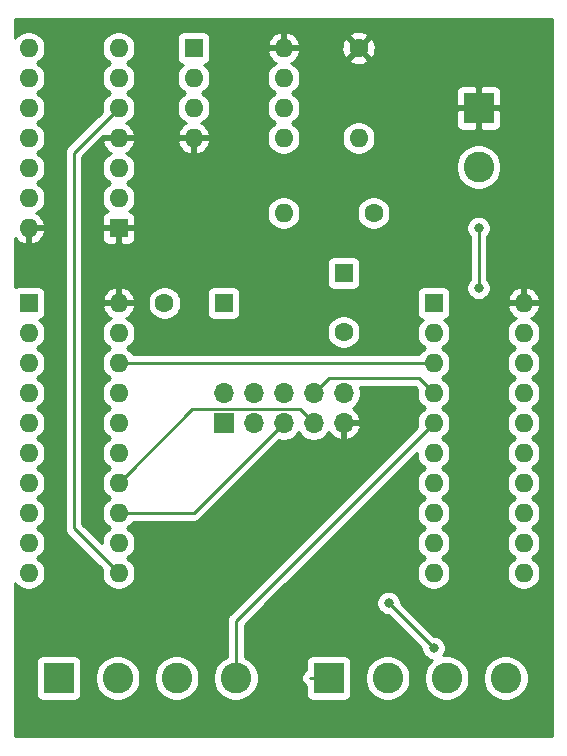
<source format=gbr>
G04 #@! TF.GenerationSoftware,KiCad,Pcbnew,(5.1.5-0-10_14)*
G04 #@! TF.CreationDate,2022-01-19T13:44:37-07:00*
G04 #@! TF.ProjectId,genesisctl,67656e65-7369-4736-9374-6c2e6b696361,rev?*
G04 #@! TF.SameCoordinates,Original*
G04 #@! TF.FileFunction,Copper,L2,Bot*
G04 #@! TF.FilePolarity,Positive*
%FSLAX46Y46*%
G04 Gerber Fmt 4.6, Leading zero omitted, Abs format (unit mm)*
G04 Created by KiCad (PCBNEW (5.1.5-0-10_14)) date 2022-01-19 13:44:37*
%MOMM*%
%LPD*%
G04 APERTURE LIST*
%ADD10C,2.600000*%
%ADD11R,2.600000X2.600000*%
%ADD12O,1.600000X1.600000*%
%ADD13R,1.600000X1.600000*%
%ADD14C,1.600000*%
%ADD15R,1.700000X1.700000*%
%ADD16O,1.700000X1.700000*%
%ADD17C,0.800000*%
%ADD18C,0.250000*%
%ADD19C,0.254000*%
G04 APERTURE END LIST*
D10*
X208040000Y-88900000D03*
X203040000Y-88900000D03*
X198040000Y-88900000D03*
D11*
X193040000Y-88900000D03*
D12*
X232410000Y-57150000D03*
X224790000Y-80010000D03*
X232410000Y-59690000D03*
X224790000Y-77470000D03*
X232410000Y-62230000D03*
X224790000Y-74930000D03*
X232410000Y-64770000D03*
X224790000Y-72390000D03*
X232410000Y-67310000D03*
X224790000Y-69850000D03*
X232410000Y-69850000D03*
X224790000Y-67310000D03*
X232410000Y-72390000D03*
X224790000Y-64770000D03*
X232410000Y-74930000D03*
X224790000Y-62230000D03*
X232410000Y-77470000D03*
X224790000Y-59690000D03*
X232410000Y-80010000D03*
D13*
X224790000Y-57150000D03*
X198120000Y-50800000D03*
D12*
X190500000Y-35560000D03*
X198120000Y-48260000D03*
X190500000Y-38100000D03*
X198120000Y-45720000D03*
X190500000Y-40640000D03*
X198120000Y-43180000D03*
X190500000Y-43180000D03*
X198120000Y-40640000D03*
X190500000Y-45720000D03*
X198120000Y-38100000D03*
X190500000Y-48260000D03*
X198120000Y-35560000D03*
X190500000Y-50800000D03*
D13*
X204470000Y-35560000D03*
D12*
X212090000Y-43180000D03*
X204470000Y-38100000D03*
X212090000Y-40640000D03*
X204470000Y-40640000D03*
X212090000Y-38100000D03*
X204470000Y-43180000D03*
X212090000Y-35560000D03*
D13*
X207010000Y-57150000D03*
D14*
X202010000Y-57150000D03*
X217170000Y-59610000D03*
D13*
X217170000Y-54610000D03*
D15*
X207010000Y-67310000D03*
D16*
X207010000Y-64770000D03*
X209550000Y-67310000D03*
X209550000Y-64770000D03*
X212090000Y-67310000D03*
X212090000Y-64770000D03*
X214630000Y-67310000D03*
X214630000Y-64770000D03*
X217170000Y-67310000D03*
X217170000Y-64770000D03*
D11*
X228600000Y-40640000D03*
D10*
X228600000Y-45640000D03*
D11*
X215900000Y-88900000D03*
D10*
X220900000Y-88900000D03*
X225900000Y-88900000D03*
X230900000Y-88900000D03*
D12*
X218440000Y-43180000D03*
D14*
X218440000Y-35560000D03*
D12*
X212090000Y-49530000D03*
D14*
X219710000Y-49530000D03*
D13*
X190500000Y-57150000D03*
D12*
X198120000Y-80010000D03*
X190500000Y-59690000D03*
X198120000Y-77470000D03*
X190500000Y-62230000D03*
X198120000Y-74930000D03*
X190500000Y-64770000D03*
X198120000Y-72390000D03*
X190500000Y-67310000D03*
X198120000Y-69850000D03*
X190500000Y-69850000D03*
X198120000Y-67310000D03*
X190500000Y-72390000D03*
X198120000Y-64770000D03*
X190500000Y-74930000D03*
X198120000Y-62230000D03*
X190500000Y-77470000D03*
X198120000Y-59690000D03*
X190500000Y-80010000D03*
X198120000Y-57150000D03*
D17*
X228600000Y-55880000D03*
X228600000Y-50800000D03*
X220980000Y-82550000D03*
X224790000Y-86360000D03*
D18*
X228600000Y-50800000D02*
X228600000Y-55880000D01*
X220980000Y-82550000D02*
X224790000Y-86360000D01*
X214350000Y-88900000D02*
X215900000Y-88900000D01*
X198120000Y-62230000D02*
X224790000Y-62230000D01*
X204470000Y-74930000D02*
X198120000Y-74930000D01*
X212090000Y-67310000D02*
X204470000Y-74930000D01*
X204375001Y-66134999D02*
X198919999Y-71590001D01*
X198919999Y-71590001D02*
X198120000Y-72390000D01*
X213454999Y-66134999D02*
X204375001Y-66134999D01*
X214630000Y-67310000D02*
X213454999Y-66134999D01*
X214630000Y-64770000D02*
X215900000Y-63500000D01*
X223520000Y-63500000D02*
X224790000Y-64770000D01*
X215900000Y-63500000D02*
X223520000Y-63500000D01*
X208040000Y-84060000D02*
X208040000Y-88900000D01*
X224790000Y-67310000D02*
X208040000Y-84060000D01*
X198120000Y-40640000D02*
X194310000Y-44450000D01*
X194310000Y-76200000D02*
X198120000Y-80010000D01*
X194310000Y-44450000D02*
X194310000Y-76200000D01*
D19*
G36*
X234823000Y-93853000D02*
G01*
X189357000Y-93853000D01*
X189357000Y-87600000D01*
X191101928Y-87600000D01*
X191101928Y-90200000D01*
X191114188Y-90324482D01*
X191150498Y-90444180D01*
X191209463Y-90554494D01*
X191288815Y-90651185D01*
X191385506Y-90730537D01*
X191495820Y-90789502D01*
X191615518Y-90825812D01*
X191740000Y-90838072D01*
X194340000Y-90838072D01*
X194464482Y-90825812D01*
X194584180Y-90789502D01*
X194694494Y-90730537D01*
X194791185Y-90651185D01*
X194870537Y-90554494D01*
X194929502Y-90444180D01*
X194965812Y-90324482D01*
X194978072Y-90200000D01*
X194978072Y-88709419D01*
X196105000Y-88709419D01*
X196105000Y-89090581D01*
X196179361Y-89464419D01*
X196325225Y-89816566D01*
X196536987Y-90133491D01*
X196806509Y-90403013D01*
X197123434Y-90614775D01*
X197475581Y-90760639D01*
X197849419Y-90835000D01*
X198230581Y-90835000D01*
X198604419Y-90760639D01*
X198956566Y-90614775D01*
X199273491Y-90403013D01*
X199543013Y-90133491D01*
X199754775Y-89816566D01*
X199900639Y-89464419D01*
X199975000Y-89090581D01*
X199975000Y-88709419D01*
X201105000Y-88709419D01*
X201105000Y-89090581D01*
X201179361Y-89464419D01*
X201325225Y-89816566D01*
X201536987Y-90133491D01*
X201806509Y-90403013D01*
X202123434Y-90614775D01*
X202475581Y-90760639D01*
X202849419Y-90835000D01*
X203230581Y-90835000D01*
X203604419Y-90760639D01*
X203956566Y-90614775D01*
X204273491Y-90403013D01*
X204543013Y-90133491D01*
X204754775Y-89816566D01*
X204900639Y-89464419D01*
X204975000Y-89090581D01*
X204975000Y-88709419D01*
X204900639Y-88335581D01*
X204754775Y-87983434D01*
X204543013Y-87666509D01*
X204273491Y-87396987D01*
X203956566Y-87185225D01*
X203604419Y-87039361D01*
X203230581Y-86965000D01*
X202849419Y-86965000D01*
X202475581Y-87039361D01*
X202123434Y-87185225D01*
X201806509Y-87396987D01*
X201536987Y-87666509D01*
X201325225Y-87983434D01*
X201179361Y-88335581D01*
X201105000Y-88709419D01*
X199975000Y-88709419D01*
X199900639Y-88335581D01*
X199754775Y-87983434D01*
X199543013Y-87666509D01*
X199273491Y-87396987D01*
X198956566Y-87185225D01*
X198604419Y-87039361D01*
X198230581Y-86965000D01*
X197849419Y-86965000D01*
X197475581Y-87039361D01*
X197123434Y-87185225D01*
X196806509Y-87396987D01*
X196536987Y-87666509D01*
X196325225Y-87983434D01*
X196179361Y-88335581D01*
X196105000Y-88709419D01*
X194978072Y-88709419D01*
X194978072Y-87600000D01*
X194965812Y-87475518D01*
X194929502Y-87355820D01*
X194870537Y-87245506D01*
X194791185Y-87148815D01*
X194694494Y-87069463D01*
X194584180Y-87010498D01*
X194464482Y-86974188D01*
X194340000Y-86961928D01*
X191740000Y-86961928D01*
X191615518Y-86974188D01*
X191495820Y-87010498D01*
X191385506Y-87069463D01*
X191288815Y-87148815D01*
X191209463Y-87245506D01*
X191150498Y-87355820D01*
X191114188Y-87475518D01*
X191101928Y-87600000D01*
X189357000Y-87600000D01*
X189357000Y-80882311D01*
X189385363Y-80924759D01*
X189585241Y-81124637D01*
X189820273Y-81281680D01*
X190081426Y-81389853D01*
X190358665Y-81445000D01*
X190641335Y-81445000D01*
X190918574Y-81389853D01*
X191179727Y-81281680D01*
X191414759Y-81124637D01*
X191614637Y-80924759D01*
X191771680Y-80689727D01*
X191879853Y-80428574D01*
X191935000Y-80151335D01*
X191935000Y-79868665D01*
X191879853Y-79591426D01*
X191771680Y-79330273D01*
X191614637Y-79095241D01*
X191414759Y-78895363D01*
X191182241Y-78740000D01*
X191414759Y-78584637D01*
X191614637Y-78384759D01*
X191771680Y-78149727D01*
X191879853Y-77888574D01*
X191935000Y-77611335D01*
X191935000Y-77328665D01*
X191879853Y-77051426D01*
X191771680Y-76790273D01*
X191614637Y-76555241D01*
X191414759Y-76355363D01*
X191182241Y-76200000D01*
X191414759Y-76044637D01*
X191614637Y-75844759D01*
X191771680Y-75609727D01*
X191879853Y-75348574D01*
X191935000Y-75071335D01*
X191935000Y-74788665D01*
X191879853Y-74511426D01*
X191771680Y-74250273D01*
X191614637Y-74015241D01*
X191414759Y-73815363D01*
X191182241Y-73660000D01*
X191414759Y-73504637D01*
X191614637Y-73304759D01*
X191771680Y-73069727D01*
X191879853Y-72808574D01*
X191935000Y-72531335D01*
X191935000Y-72248665D01*
X191879853Y-71971426D01*
X191771680Y-71710273D01*
X191614637Y-71475241D01*
X191414759Y-71275363D01*
X191182241Y-71120000D01*
X191414759Y-70964637D01*
X191614637Y-70764759D01*
X191771680Y-70529727D01*
X191879853Y-70268574D01*
X191935000Y-69991335D01*
X191935000Y-69708665D01*
X191879853Y-69431426D01*
X191771680Y-69170273D01*
X191614637Y-68935241D01*
X191414759Y-68735363D01*
X191182241Y-68580000D01*
X191414759Y-68424637D01*
X191614637Y-68224759D01*
X191771680Y-67989727D01*
X191879853Y-67728574D01*
X191935000Y-67451335D01*
X191935000Y-67168665D01*
X191879853Y-66891426D01*
X191771680Y-66630273D01*
X191614637Y-66395241D01*
X191414759Y-66195363D01*
X191182241Y-66040000D01*
X191414759Y-65884637D01*
X191614637Y-65684759D01*
X191771680Y-65449727D01*
X191879853Y-65188574D01*
X191935000Y-64911335D01*
X191935000Y-64628665D01*
X191879853Y-64351426D01*
X191771680Y-64090273D01*
X191614637Y-63855241D01*
X191414759Y-63655363D01*
X191182241Y-63500000D01*
X191414759Y-63344637D01*
X191614637Y-63144759D01*
X191771680Y-62909727D01*
X191879853Y-62648574D01*
X191935000Y-62371335D01*
X191935000Y-62088665D01*
X191879853Y-61811426D01*
X191771680Y-61550273D01*
X191614637Y-61315241D01*
X191414759Y-61115363D01*
X191182241Y-60960000D01*
X191414759Y-60804637D01*
X191614637Y-60604759D01*
X191771680Y-60369727D01*
X191879853Y-60108574D01*
X191935000Y-59831335D01*
X191935000Y-59548665D01*
X191879853Y-59271426D01*
X191771680Y-59010273D01*
X191614637Y-58775241D01*
X191416039Y-58576643D01*
X191424482Y-58575812D01*
X191544180Y-58539502D01*
X191654494Y-58480537D01*
X191751185Y-58401185D01*
X191830537Y-58304494D01*
X191889502Y-58194180D01*
X191925812Y-58074482D01*
X191938072Y-57950000D01*
X191938072Y-56350000D01*
X191925812Y-56225518D01*
X191889502Y-56105820D01*
X191830537Y-55995506D01*
X191751185Y-55898815D01*
X191654494Y-55819463D01*
X191544180Y-55760498D01*
X191424482Y-55724188D01*
X191300000Y-55711928D01*
X189700000Y-55711928D01*
X189575518Y-55724188D01*
X189455820Y-55760498D01*
X189357000Y-55813319D01*
X189357000Y-51656188D01*
X189436481Y-51763414D01*
X189644869Y-51952385D01*
X189886119Y-52097070D01*
X190150960Y-52191909D01*
X190373000Y-52070624D01*
X190373000Y-50927000D01*
X190627000Y-50927000D01*
X190627000Y-52070624D01*
X190849040Y-52191909D01*
X191113881Y-52097070D01*
X191355131Y-51952385D01*
X191563519Y-51763414D01*
X191731037Y-51537420D01*
X191851246Y-51283087D01*
X191891904Y-51149039D01*
X191769915Y-50927000D01*
X190627000Y-50927000D01*
X190373000Y-50927000D01*
X190353000Y-50927000D01*
X190353000Y-50673000D01*
X190373000Y-50673000D01*
X190373000Y-50653000D01*
X190627000Y-50653000D01*
X190627000Y-50673000D01*
X191769915Y-50673000D01*
X191891904Y-50450961D01*
X191851246Y-50316913D01*
X191731037Y-50062580D01*
X191563519Y-49836586D01*
X191355131Y-49647615D01*
X191169135Y-49536067D01*
X191179727Y-49531680D01*
X191414759Y-49374637D01*
X191614637Y-49174759D01*
X191771680Y-48939727D01*
X191879853Y-48678574D01*
X191935000Y-48401335D01*
X191935000Y-48118665D01*
X191879853Y-47841426D01*
X191771680Y-47580273D01*
X191614637Y-47345241D01*
X191414759Y-47145363D01*
X191182241Y-46990000D01*
X191414759Y-46834637D01*
X191614637Y-46634759D01*
X191771680Y-46399727D01*
X191879853Y-46138574D01*
X191935000Y-45861335D01*
X191935000Y-45578665D01*
X191879853Y-45301426D01*
X191771680Y-45040273D01*
X191614637Y-44805241D01*
X191414759Y-44605363D01*
X191182241Y-44450000D01*
X193546324Y-44450000D01*
X193550000Y-44487322D01*
X193550001Y-76162667D01*
X193546324Y-76200000D01*
X193550001Y-76237333D01*
X193560998Y-76348986D01*
X193565856Y-76365000D01*
X193604454Y-76492246D01*
X193675026Y-76624276D01*
X193746201Y-76711002D01*
X193770000Y-76740001D01*
X193798998Y-76763799D01*
X196721312Y-79686114D01*
X196685000Y-79868665D01*
X196685000Y-80151335D01*
X196740147Y-80428574D01*
X196848320Y-80689727D01*
X197005363Y-80924759D01*
X197205241Y-81124637D01*
X197440273Y-81281680D01*
X197701426Y-81389853D01*
X197978665Y-81445000D01*
X198261335Y-81445000D01*
X198538574Y-81389853D01*
X198799727Y-81281680D01*
X199034759Y-81124637D01*
X199234637Y-80924759D01*
X199391680Y-80689727D01*
X199499853Y-80428574D01*
X199555000Y-80151335D01*
X199555000Y-79868665D01*
X199499853Y-79591426D01*
X199391680Y-79330273D01*
X199234637Y-79095241D01*
X199034759Y-78895363D01*
X198802241Y-78740000D01*
X199034759Y-78584637D01*
X199234637Y-78384759D01*
X199391680Y-78149727D01*
X199499853Y-77888574D01*
X199555000Y-77611335D01*
X199555000Y-77328665D01*
X199499853Y-77051426D01*
X199391680Y-76790273D01*
X199234637Y-76555241D01*
X199034759Y-76355363D01*
X198802241Y-76200000D01*
X199034759Y-76044637D01*
X199234637Y-75844759D01*
X199338043Y-75690000D01*
X204432678Y-75690000D01*
X204470000Y-75693676D01*
X204507322Y-75690000D01*
X204507333Y-75690000D01*
X204618986Y-75679003D01*
X204762247Y-75635546D01*
X204894276Y-75564974D01*
X205010001Y-75470001D01*
X205033804Y-75440997D01*
X211723592Y-68751210D01*
X211943740Y-68795000D01*
X212236260Y-68795000D01*
X212523158Y-68737932D01*
X212793411Y-68625990D01*
X213036632Y-68463475D01*
X213243475Y-68256632D01*
X213360000Y-68082240D01*
X213476525Y-68256632D01*
X213683368Y-68463475D01*
X213926589Y-68625990D01*
X214196842Y-68737932D01*
X214483740Y-68795000D01*
X214776260Y-68795000D01*
X215063158Y-68737932D01*
X215333411Y-68625990D01*
X215576632Y-68463475D01*
X215783475Y-68256632D01*
X215905195Y-68074466D01*
X215974822Y-68191355D01*
X216169731Y-68407588D01*
X216403080Y-68581641D01*
X216665901Y-68706825D01*
X216813110Y-68751476D01*
X217043000Y-68630155D01*
X217043000Y-67437000D01*
X217297000Y-67437000D01*
X217297000Y-68630155D01*
X217526890Y-68751476D01*
X217674099Y-68706825D01*
X217936920Y-68581641D01*
X218170269Y-68407588D01*
X218365178Y-68191355D01*
X218514157Y-67941252D01*
X218611481Y-67666891D01*
X218490814Y-67437000D01*
X217297000Y-67437000D01*
X217043000Y-67437000D01*
X217023000Y-67437000D01*
X217023000Y-67183000D01*
X217043000Y-67183000D01*
X217043000Y-67163000D01*
X217297000Y-67163000D01*
X217297000Y-67183000D01*
X218490814Y-67183000D01*
X218611481Y-66953109D01*
X218514157Y-66678748D01*
X218365178Y-66428645D01*
X218170269Y-66212412D01*
X217940594Y-66041100D01*
X218116632Y-65923475D01*
X218323475Y-65716632D01*
X218485990Y-65473411D01*
X218597932Y-65203158D01*
X218655000Y-64916260D01*
X218655000Y-64623740D01*
X218597932Y-64336842D01*
X218566103Y-64260000D01*
X223205199Y-64260000D01*
X223391312Y-64446114D01*
X223355000Y-64628665D01*
X223355000Y-64911335D01*
X223410147Y-65188574D01*
X223518320Y-65449727D01*
X223675363Y-65684759D01*
X223875241Y-65884637D01*
X224107759Y-66040000D01*
X223875241Y-66195363D01*
X223675363Y-66395241D01*
X223518320Y-66630273D01*
X223410147Y-66891426D01*
X223355000Y-67168665D01*
X223355000Y-67451335D01*
X223391312Y-67633886D01*
X207529003Y-83496196D01*
X207499999Y-83519999D01*
X207446655Y-83585000D01*
X207405026Y-83635724D01*
X207334455Y-83767753D01*
X207334454Y-83767754D01*
X207290997Y-83911015D01*
X207280000Y-84022668D01*
X207280000Y-84022678D01*
X207276324Y-84060000D01*
X207280000Y-84097323D01*
X207280001Y-87120373D01*
X207123434Y-87185225D01*
X206806509Y-87396987D01*
X206536987Y-87666509D01*
X206325225Y-87983434D01*
X206179361Y-88335581D01*
X206105000Y-88709419D01*
X206105000Y-89090581D01*
X206179361Y-89464419D01*
X206325225Y-89816566D01*
X206536987Y-90133491D01*
X206806509Y-90403013D01*
X207123434Y-90614775D01*
X207475581Y-90760639D01*
X207849419Y-90835000D01*
X208230581Y-90835000D01*
X208604419Y-90760639D01*
X208956566Y-90614775D01*
X209273491Y-90403013D01*
X209543013Y-90133491D01*
X209754775Y-89816566D01*
X209900639Y-89464419D01*
X209975000Y-89090581D01*
X209975000Y-88900000D01*
X213586323Y-88900000D01*
X213600997Y-89048986D01*
X213644454Y-89192247D01*
X213715026Y-89324276D01*
X213809999Y-89440001D01*
X213925724Y-89534974D01*
X213961928Y-89554326D01*
X213961928Y-90200000D01*
X213974188Y-90324482D01*
X214010498Y-90444180D01*
X214069463Y-90554494D01*
X214148815Y-90651185D01*
X214245506Y-90730537D01*
X214355820Y-90789502D01*
X214475518Y-90825812D01*
X214600000Y-90838072D01*
X217200000Y-90838072D01*
X217324482Y-90825812D01*
X217444180Y-90789502D01*
X217554494Y-90730537D01*
X217651185Y-90651185D01*
X217730537Y-90554494D01*
X217789502Y-90444180D01*
X217825812Y-90324482D01*
X217838072Y-90200000D01*
X217838072Y-88709419D01*
X218965000Y-88709419D01*
X218965000Y-89090581D01*
X219039361Y-89464419D01*
X219185225Y-89816566D01*
X219396987Y-90133491D01*
X219666509Y-90403013D01*
X219983434Y-90614775D01*
X220335581Y-90760639D01*
X220709419Y-90835000D01*
X221090581Y-90835000D01*
X221464419Y-90760639D01*
X221816566Y-90614775D01*
X222133491Y-90403013D01*
X222403013Y-90133491D01*
X222614775Y-89816566D01*
X222760639Y-89464419D01*
X222835000Y-89090581D01*
X222835000Y-88709419D01*
X222760639Y-88335581D01*
X222614775Y-87983434D01*
X222403013Y-87666509D01*
X222133491Y-87396987D01*
X221816566Y-87185225D01*
X221464419Y-87039361D01*
X221090581Y-86965000D01*
X220709419Y-86965000D01*
X220335581Y-87039361D01*
X219983434Y-87185225D01*
X219666509Y-87396987D01*
X219396987Y-87666509D01*
X219185225Y-87983434D01*
X219039361Y-88335581D01*
X218965000Y-88709419D01*
X217838072Y-88709419D01*
X217838072Y-87600000D01*
X217825812Y-87475518D01*
X217789502Y-87355820D01*
X217730537Y-87245506D01*
X217651185Y-87148815D01*
X217554494Y-87069463D01*
X217444180Y-87010498D01*
X217324482Y-86974188D01*
X217200000Y-86961928D01*
X214600000Y-86961928D01*
X214475518Y-86974188D01*
X214355820Y-87010498D01*
X214245506Y-87069463D01*
X214148815Y-87148815D01*
X214069463Y-87245506D01*
X214010498Y-87355820D01*
X213974188Y-87475518D01*
X213961928Y-87600000D01*
X213961928Y-88245674D01*
X213925724Y-88265026D01*
X213809999Y-88359999D01*
X213715026Y-88475724D01*
X213644454Y-88607753D01*
X213600997Y-88751014D01*
X213586323Y-88900000D01*
X209975000Y-88900000D01*
X209975000Y-88709419D01*
X209900639Y-88335581D01*
X209754775Y-87983434D01*
X209543013Y-87666509D01*
X209273491Y-87396987D01*
X208956566Y-87185225D01*
X208800000Y-87120373D01*
X208800000Y-84374801D01*
X210726740Y-82448061D01*
X219945000Y-82448061D01*
X219945000Y-82651939D01*
X219984774Y-82851898D01*
X220062795Y-83040256D01*
X220176063Y-83209774D01*
X220320226Y-83353937D01*
X220489744Y-83467205D01*
X220678102Y-83545226D01*
X220878061Y-83585000D01*
X220940199Y-83585000D01*
X223755000Y-86399802D01*
X223755000Y-86461939D01*
X223794774Y-86661898D01*
X223872795Y-86850256D01*
X223986063Y-87019774D01*
X224130226Y-87163937D01*
X224299744Y-87277205D01*
X224488102Y-87355226D01*
X224673745Y-87392152D01*
X224666509Y-87396987D01*
X224396987Y-87666509D01*
X224185225Y-87983434D01*
X224039361Y-88335581D01*
X223965000Y-88709419D01*
X223965000Y-89090581D01*
X224039361Y-89464419D01*
X224185225Y-89816566D01*
X224396987Y-90133491D01*
X224666509Y-90403013D01*
X224983434Y-90614775D01*
X225335581Y-90760639D01*
X225709419Y-90835000D01*
X226090581Y-90835000D01*
X226464419Y-90760639D01*
X226816566Y-90614775D01*
X227133491Y-90403013D01*
X227403013Y-90133491D01*
X227614775Y-89816566D01*
X227760639Y-89464419D01*
X227835000Y-89090581D01*
X227835000Y-88709419D01*
X228965000Y-88709419D01*
X228965000Y-89090581D01*
X229039361Y-89464419D01*
X229185225Y-89816566D01*
X229396987Y-90133491D01*
X229666509Y-90403013D01*
X229983434Y-90614775D01*
X230335581Y-90760639D01*
X230709419Y-90835000D01*
X231090581Y-90835000D01*
X231464419Y-90760639D01*
X231816566Y-90614775D01*
X232133491Y-90403013D01*
X232403013Y-90133491D01*
X232614775Y-89816566D01*
X232760639Y-89464419D01*
X232835000Y-89090581D01*
X232835000Y-88709419D01*
X232760639Y-88335581D01*
X232614775Y-87983434D01*
X232403013Y-87666509D01*
X232133491Y-87396987D01*
X231816566Y-87185225D01*
X231464419Y-87039361D01*
X231090581Y-86965000D01*
X230709419Y-86965000D01*
X230335581Y-87039361D01*
X229983434Y-87185225D01*
X229666509Y-87396987D01*
X229396987Y-87666509D01*
X229185225Y-87983434D01*
X229039361Y-88335581D01*
X228965000Y-88709419D01*
X227835000Y-88709419D01*
X227760639Y-88335581D01*
X227614775Y-87983434D01*
X227403013Y-87666509D01*
X227133491Y-87396987D01*
X226816566Y-87185225D01*
X226464419Y-87039361D01*
X226090581Y-86965000D01*
X225709419Y-86965000D01*
X225618444Y-86983096D01*
X225707205Y-86850256D01*
X225785226Y-86661898D01*
X225825000Y-86461939D01*
X225825000Y-86258061D01*
X225785226Y-86058102D01*
X225707205Y-85869744D01*
X225593937Y-85700226D01*
X225449774Y-85556063D01*
X225280256Y-85442795D01*
X225091898Y-85364774D01*
X224891939Y-85325000D01*
X224829802Y-85325000D01*
X222015000Y-82510199D01*
X222015000Y-82448061D01*
X221975226Y-82248102D01*
X221897205Y-82059744D01*
X221783937Y-81890226D01*
X221639774Y-81746063D01*
X221470256Y-81632795D01*
X221281898Y-81554774D01*
X221081939Y-81515000D01*
X220878061Y-81515000D01*
X220678102Y-81554774D01*
X220489744Y-81632795D01*
X220320226Y-81746063D01*
X220176063Y-81890226D01*
X220062795Y-82059744D01*
X219984774Y-82248102D01*
X219945000Y-82448061D01*
X210726740Y-82448061D01*
X223355000Y-69819802D01*
X223355000Y-69991335D01*
X223410147Y-70268574D01*
X223518320Y-70529727D01*
X223675363Y-70764759D01*
X223875241Y-70964637D01*
X224107759Y-71120000D01*
X223875241Y-71275363D01*
X223675363Y-71475241D01*
X223518320Y-71710273D01*
X223410147Y-71971426D01*
X223355000Y-72248665D01*
X223355000Y-72531335D01*
X223410147Y-72808574D01*
X223518320Y-73069727D01*
X223675363Y-73304759D01*
X223875241Y-73504637D01*
X224107759Y-73660000D01*
X223875241Y-73815363D01*
X223675363Y-74015241D01*
X223518320Y-74250273D01*
X223410147Y-74511426D01*
X223355000Y-74788665D01*
X223355000Y-75071335D01*
X223410147Y-75348574D01*
X223518320Y-75609727D01*
X223675363Y-75844759D01*
X223875241Y-76044637D01*
X224107759Y-76200000D01*
X223875241Y-76355363D01*
X223675363Y-76555241D01*
X223518320Y-76790273D01*
X223410147Y-77051426D01*
X223355000Y-77328665D01*
X223355000Y-77611335D01*
X223410147Y-77888574D01*
X223518320Y-78149727D01*
X223675363Y-78384759D01*
X223875241Y-78584637D01*
X224107759Y-78740000D01*
X223875241Y-78895363D01*
X223675363Y-79095241D01*
X223518320Y-79330273D01*
X223410147Y-79591426D01*
X223355000Y-79868665D01*
X223355000Y-80151335D01*
X223410147Y-80428574D01*
X223518320Y-80689727D01*
X223675363Y-80924759D01*
X223875241Y-81124637D01*
X224110273Y-81281680D01*
X224371426Y-81389853D01*
X224648665Y-81445000D01*
X224931335Y-81445000D01*
X225208574Y-81389853D01*
X225469727Y-81281680D01*
X225704759Y-81124637D01*
X225904637Y-80924759D01*
X226061680Y-80689727D01*
X226169853Y-80428574D01*
X226225000Y-80151335D01*
X226225000Y-79868665D01*
X226169853Y-79591426D01*
X226061680Y-79330273D01*
X225904637Y-79095241D01*
X225704759Y-78895363D01*
X225472241Y-78740000D01*
X225704759Y-78584637D01*
X225904637Y-78384759D01*
X226061680Y-78149727D01*
X226169853Y-77888574D01*
X226225000Y-77611335D01*
X226225000Y-77328665D01*
X226169853Y-77051426D01*
X226061680Y-76790273D01*
X225904637Y-76555241D01*
X225704759Y-76355363D01*
X225472241Y-76200000D01*
X225704759Y-76044637D01*
X225904637Y-75844759D01*
X226061680Y-75609727D01*
X226169853Y-75348574D01*
X226225000Y-75071335D01*
X226225000Y-74788665D01*
X226169853Y-74511426D01*
X226061680Y-74250273D01*
X225904637Y-74015241D01*
X225704759Y-73815363D01*
X225472241Y-73660000D01*
X225704759Y-73504637D01*
X225904637Y-73304759D01*
X226061680Y-73069727D01*
X226169853Y-72808574D01*
X226225000Y-72531335D01*
X226225000Y-72248665D01*
X226169853Y-71971426D01*
X226061680Y-71710273D01*
X225904637Y-71475241D01*
X225704759Y-71275363D01*
X225472241Y-71120000D01*
X225704759Y-70964637D01*
X225904637Y-70764759D01*
X226061680Y-70529727D01*
X226169853Y-70268574D01*
X226225000Y-69991335D01*
X226225000Y-69708665D01*
X226169853Y-69431426D01*
X226061680Y-69170273D01*
X225904637Y-68935241D01*
X225704759Y-68735363D01*
X225472241Y-68580000D01*
X225704759Y-68424637D01*
X225904637Y-68224759D01*
X226061680Y-67989727D01*
X226169853Y-67728574D01*
X226225000Y-67451335D01*
X226225000Y-67168665D01*
X226169853Y-66891426D01*
X226061680Y-66630273D01*
X225904637Y-66395241D01*
X225704759Y-66195363D01*
X225472241Y-66040000D01*
X225704759Y-65884637D01*
X225904637Y-65684759D01*
X226061680Y-65449727D01*
X226169853Y-65188574D01*
X226225000Y-64911335D01*
X226225000Y-64628665D01*
X226169853Y-64351426D01*
X226061680Y-64090273D01*
X225904637Y-63855241D01*
X225704759Y-63655363D01*
X225472241Y-63500000D01*
X225704759Y-63344637D01*
X225904637Y-63144759D01*
X226061680Y-62909727D01*
X226169853Y-62648574D01*
X226225000Y-62371335D01*
X226225000Y-62088665D01*
X226169853Y-61811426D01*
X226061680Y-61550273D01*
X225904637Y-61315241D01*
X225704759Y-61115363D01*
X225472241Y-60960000D01*
X225704759Y-60804637D01*
X225904637Y-60604759D01*
X226061680Y-60369727D01*
X226169853Y-60108574D01*
X226225000Y-59831335D01*
X226225000Y-59548665D01*
X230975000Y-59548665D01*
X230975000Y-59831335D01*
X231030147Y-60108574D01*
X231138320Y-60369727D01*
X231295363Y-60604759D01*
X231495241Y-60804637D01*
X231727759Y-60960000D01*
X231495241Y-61115363D01*
X231295363Y-61315241D01*
X231138320Y-61550273D01*
X231030147Y-61811426D01*
X230975000Y-62088665D01*
X230975000Y-62371335D01*
X231030147Y-62648574D01*
X231138320Y-62909727D01*
X231295363Y-63144759D01*
X231495241Y-63344637D01*
X231727759Y-63500000D01*
X231495241Y-63655363D01*
X231295363Y-63855241D01*
X231138320Y-64090273D01*
X231030147Y-64351426D01*
X230975000Y-64628665D01*
X230975000Y-64911335D01*
X231030147Y-65188574D01*
X231138320Y-65449727D01*
X231295363Y-65684759D01*
X231495241Y-65884637D01*
X231727759Y-66040000D01*
X231495241Y-66195363D01*
X231295363Y-66395241D01*
X231138320Y-66630273D01*
X231030147Y-66891426D01*
X230975000Y-67168665D01*
X230975000Y-67451335D01*
X231030147Y-67728574D01*
X231138320Y-67989727D01*
X231295363Y-68224759D01*
X231495241Y-68424637D01*
X231727759Y-68580000D01*
X231495241Y-68735363D01*
X231295363Y-68935241D01*
X231138320Y-69170273D01*
X231030147Y-69431426D01*
X230975000Y-69708665D01*
X230975000Y-69991335D01*
X231030147Y-70268574D01*
X231138320Y-70529727D01*
X231295363Y-70764759D01*
X231495241Y-70964637D01*
X231727759Y-71120000D01*
X231495241Y-71275363D01*
X231295363Y-71475241D01*
X231138320Y-71710273D01*
X231030147Y-71971426D01*
X230975000Y-72248665D01*
X230975000Y-72531335D01*
X231030147Y-72808574D01*
X231138320Y-73069727D01*
X231295363Y-73304759D01*
X231495241Y-73504637D01*
X231727759Y-73660000D01*
X231495241Y-73815363D01*
X231295363Y-74015241D01*
X231138320Y-74250273D01*
X231030147Y-74511426D01*
X230975000Y-74788665D01*
X230975000Y-75071335D01*
X231030147Y-75348574D01*
X231138320Y-75609727D01*
X231295363Y-75844759D01*
X231495241Y-76044637D01*
X231727759Y-76200000D01*
X231495241Y-76355363D01*
X231295363Y-76555241D01*
X231138320Y-76790273D01*
X231030147Y-77051426D01*
X230975000Y-77328665D01*
X230975000Y-77611335D01*
X231030147Y-77888574D01*
X231138320Y-78149727D01*
X231295363Y-78384759D01*
X231495241Y-78584637D01*
X231727759Y-78740000D01*
X231495241Y-78895363D01*
X231295363Y-79095241D01*
X231138320Y-79330273D01*
X231030147Y-79591426D01*
X230975000Y-79868665D01*
X230975000Y-80151335D01*
X231030147Y-80428574D01*
X231138320Y-80689727D01*
X231295363Y-80924759D01*
X231495241Y-81124637D01*
X231730273Y-81281680D01*
X231991426Y-81389853D01*
X232268665Y-81445000D01*
X232551335Y-81445000D01*
X232828574Y-81389853D01*
X233089727Y-81281680D01*
X233324759Y-81124637D01*
X233524637Y-80924759D01*
X233681680Y-80689727D01*
X233789853Y-80428574D01*
X233845000Y-80151335D01*
X233845000Y-79868665D01*
X233789853Y-79591426D01*
X233681680Y-79330273D01*
X233524637Y-79095241D01*
X233324759Y-78895363D01*
X233092241Y-78740000D01*
X233324759Y-78584637D01*
X233524637Y-78384759D01*
X233681680Y-78149727D01*
X233789853Y-77888574D01*
X233845000Y-77611335D01*
X233845000Y-77328665D01*
X233789853Y-77051426D01*
X233681680Y-76790273D01*
X233524637Y-76555241D01*
X233324759Y-76355363D01*
X233092241Y-76200000D01*
X233324759Y-76044637D01*
X233524637Y-75844759D01*
X233681680Y-75609727D01*
X233789853Y-75348574D01*
X233845000Y-75071335D01*
X233845000Y-74788665D01*
X233789853Y-74511426D01*
X233681680Y-74250273D01*
X233524637Y-74015241D01*
X233324759Y-73815363D01*
X233092241Y-73660000D01*
X233324759Y-73504637D01*
X233524637Y-73304759D01*
X233681680Y-73069727D01*
X233789853Y-72808574D01*
X233845000Y-72531335D01*
X233845000Y-72248665D01*
X233789853Y-71971426D01*
X233681680Y-71710273D01*
X233524637Y-71475241D01*
X233324759Y-71275363D01*
X233092241Y-71120000D01*
X233324759Y-70964637D01*
X233524637Y-70764759D01*
X233681680Y-70529727D01*
X233789853Y-70268574D01*
X233845000Y-69991335D01*
X233845000Y-69708665D01*
X233789853Y-69431426D01*
X233681680Y-69170273D01*
X233524637Y-68935241D01*
X233324759Y-68735363D01*
X233092241Y-68580000D01*
X233324759Y-68424637D01*
X233524637Y-68224759D01*
X233681680Y-67989727D01*
X233789853Y-67728574D01*
X233845000Y-67451335D01*
X233845000Y-67168665D01*
X233789853Y-66891426D01*
X233681680Y-66630273D01*
X233524637Y-66395241D01*
X233324759Y-66195363D01*
X233092241Y-66040000D01*
X233324759Y-65884637D01*
X233524637Y-65684759D01*
X233681680Y-65449727D01*
X233789853Y-65188574D01*
X233845000Y-64911335D01*
X233845000Y-64628665D01*
X233789853Y-64351426D01*
X233681680Y-64090273D01*
X233524637Y-63855241D01*
X233324759Y-63655363D01*
X233092241Y-63500000D01*
X233324759Y-63344637D01*
X233524637Y-63144759D01*
X233681680Y-62909727D01*
X233789853Y-62648574D01*
X233845000Y-62371335D01*
X233845000Y-62088665D01*
X233789853Y-61811426D01*
X233681680Y-61550273D01*
X233524637Y-61315241D01*
X233324759Y-61115363D01*
X233092241Y-60960000D01*
X233324759Y-60804637D01*
X233524637Y-60604759D01*
X233681680Y-60369727D01*
X233789853Y-60108574D01*
X233845000Y-59831335D01*
X233845000Y-59548665D01*
X233789853Y-59271426D01*
X233681680Y-59010273D01*
X233524637Y-58775241D01*
X233324759Y-58575363D01*
X233089727Y-58418320D01*
X233079135Y-58413933D01*
X233265131Y-58302385D01*
X233473519Y-58113414D01*
X233641037Y-57887420D01*
X233761246Y-57633087D01*
X233801904Y-57499039D01*
X233679915Y-57277000D01*
X232537000Y-57277000D01*
X232537000Y-57297000D01*
X232283000Y-57297000D01*
X232283000Y-57277000D01*
X231140085Y-57277000D01*
X231018096Y-57499039D01*
X231058754Y-57633087D01*
X231178963Y-57887420D01*
X231346481Y-58113414D01*
X231554869Y-58302385D01*
X231740865Y-58413933D01*
X231730273Y-58418320D01*
X231495241Y-58575363D01*
X231295363Y-58775241D01*
X231138320Y-59010273D01*
X231030147Y-59271426D01*
X230975000Y-59548665D01*
X226225000Y-59548665D01*
X226169853Y-59271426D01*
X226061680Y-59010273D01*
X225904637Y-58775241D01*
X225706039Y-58576643D01*
X225714482Y-58575812D01*
X225834180Y-58539502D01*
X225944494Y-58480537D01*
X226041185Y-58401185D01*
X226120537Y-58304494D01*
X226179502Y-58194180D01*
X226215812Y-58074482D01*
X226228072Y-57950000D01*
X226228072Y-56350000D01*
X226215812Y-56225518D01*
X226179502Y-56105820D01*
X226120537Y-55995506D01*
X226041185Y-55898815D01*
X225944494Y-55819463D01*
X225834180Y-55760498D01*
X225714482Y-55724188D01*
X225590000Y-55711928D01*
X223990000Y-55711928D01*
X223865518Y-55724188D01*
X223745820Y-55760498D01*
X223635506Y-55819463D01*
X223538815Y-55898815D01*
X223459463Y-55995506D01*
X223400498Y-56105820D01*
X223364188Y-56225518D01*
X223351928Y-56350000D01*
X223351928Y-57950000D01*
X223364188Y-58074482D01*
X223400498Y-58194180D01*
X223459463Y-58304494D01*
X223538815Y-58401185D01*
X223635506Y-58480537D01*
X223745820Y-58539502D01*
X223865518Y-58575812D01*
X223873961Y-58576643D01*
X223675363Y-58775241D01*
X223518320Y-59010273D01*
X223410147Y-59271426D01*
X223355000Y-59548665D01*
X223355000Y-59831335D01*
X223410147Y-60108574D01*
X223518320Y-60369727D01*
X223675363Y-60604759D01*
X223875241Y-60804637D01*
X224107759Y-60960000D01*
X223875241Y-61115363D01*
X223675363Y-61315241D01*
X223571957Y-61470000D01*
X199338043Y-61470000D01*
X199234637Y-61315241D01*
X199034759Y-61115363D01*
X198802241Y-60960000D01*
X199034759Y-60804637D01*
X199234637Y-60604759D01*
X199391680Y-60369727D01*
X199499853Y-60108574D01*
X199555000Y-59831335D01*
X199555000Y-59548665D01*
X199539087Y-59468665D01*
X215735000Y-59468665D01*
X215735000Y-59751335D01*
X215790147Y-60028574D01*
X215898320Y-60289727D01*
X216055363Y-60524759D01*
X216255241Y-60724637D01*
X216490273Y-60881680D01*
X216751426Y-60989853D01*
X217028665Y-61045000D01*
X217311335Y-61045000D01*
X217588574Y-60989853D01*
X217849727Y-60881680D01*
X218084759Y-60724637D01*
X218284637Y-60524759D01*
X218441680Y-60289727D01*
X218549853Y-60028574D01*
X218605000Y-59751335D01*
X218605000Y-59468665D01*
X218549853Y-59191426D01*
X218441680Y-58930273D01*
X218284637Y-58695241D01*
X218084759Y-58495363D01*
X217849727Y-58338320D01*
X217588574Y-58230147D01*
X217311335Y-58175000D01*
X217028665Y-58175000D01*
X216751426Y-58230147D01*
X216490273Y-58338320D01*
X216255241Y-58495363D01*
X216055363Y-58695241D01*
X215898320Y-58930273D01*
X215790147Y-59191426D01*
X215735000Y-59468665D01*
X199539087Y-59468665D01*
X199499853Y-59271426D01*
X199391680Y-59010273D01*
X199234637Y-58775241D01*
X199034759Y-58575363D01*
X198799727Y-58418320D01*
X198789135Y-58413933D01*
X198975131Y-58302385D01*
X199183519Y-58113414D01*
X199351037Y-57887420D01*
X199471246Y-57633087D01*
X199511904Y-57499039D01*
X199389915Y-57277000D01*
X198247000Y-57277000D01*
X198247000Y-57297000D01*
X197993000Y-57297000D01*
X197993000Y-57277000D01*
X196850085Y-57277000D01*
X196728096Y-57499039D01*
X196768754Y-57633087D01*
X196888963Y-57887420D01*
X197056481Y-58113414D01*
X197264869Y-58302385D01*
X197450865Y-58413933D01*
X197440273Y-58418320D01*
X197205241Y-58575363D01*
X197005363Y-58775241D01*
X196848320Y-59010273D01*
X196740147Y-59271426D01*
X196685000Y-59548665D01*
X196685000Y-59831335D01*
X196740147Y-60108574D01*
X196848320Y-60369727D01*
X197005363Y-60604759D01*
X197205241Y-60804637D01*
X197437759Y-60960000D01*
X197205241Y-61115363D01*
X197005363Y-61315241D01*
X196848320Y-61550273D01*
X196740147Y-61811426D01*
X196685000Y-62088665D01*
X196685000Y-62371335D01*
X196740147Y-62648574D01*
X196848320Y-62909727D01*
X197005363Y-63144759D01*
X197205241Y-63344637D01*
X197437759Y-63500000D01*
X197205241Y-63655363D01*
X197005363Y-63855241D01*
X196848320Y-64090273D01*
X196740147Y-64351426D01*
X196685000Y-64628665D01*
X196685000Y-64911335D01*
X196740147Y-65188574D01*
X196848320Y-65449727D01*
X197005363Y-65684759D01*
X197205241Y-65884637D01*
X197437759Y-66040000D01*
X197205241Y-66195363D01*
X197005363Y-66395241D01*
X196848320Y-66630273D01*
X196740147Y-66891426D01*
X196685000Y-67168665D01*
X196685000Y-67451335D01*
X196740147Y-67728574D01*
X196848320Y-67989727D01*
X197005363Y-68224759D01*
X197205241Y-68424637D01*
X197437759Y-68580000D01*
X197205241Y-68735363D01*
X197005363Y-68935241D01*
X196848320Y-69170273D01*
X196740147Y-69431426D01*
X196685000Y-69708665D01*
X196685000Y-69991335D01*
X196740147Y-70268574D01*
X196848320Y-70529727D01*
X197005363Y-70764759D01*
X197205241Y-70964637D01*
X197437759Y-71120000D01*
X197205241Y-71275363D01*
X197005363Y-71475241D01*
X196848320Y-71710273D01*
X196740147Y-71971426D01*
X196685000Y-72248665D01*
X196685000Y-72531335D01*
X196740147Y-72808574D01*
X196848320Y-73069727D01*
X197005363Y-73304759D01*
X197205241Y-73504637D01*
X197437759Y-73660000D01*
X197205241Y-73815363D01*
X197005363Y-74015241D01*
X196848320Y-74250273D01*
X196740147Y-74511426D01*
X196685000Y-74788665D01*
X196685000Y-75071335D01*
X196740147Y-75348574D01*
X196848320Y-75609727D01*
X197005363Y-75844759D01*
X197205241Y-76044637D01*
X197437759Y-76200000D01*
X197205241Y-76355363D01*
X197005363Y-76555241D01*
X196848320Y-76790273D01*
X196740147Y-77051426D01*
X196685000Y-77328665D01*
X196685000Y-77500199D01*
X195070000Y-75885199D01*
X195070000Y-56800961D01*
X196728096Y-56800961D01*
X196850085Y-57023000D01*
X197993000Y-57023000D01*
X197993000Y-55879376D01*
X198247000Y-55879376D01*
X198247000Y-57023000D01*
X199389915Y-57023000D01*
X199397790Y-57008665D01*
X200575000Y-57008665D01*
X200575000Y-57291335D01*
X200630147Y-57568574D01*
X200738320Y-57829727D01*
X200895363Y-58064759D01*
X201095241Y-58264637D01*
X201330273Y-58421680D01*
X201591426Y-58529853D01*
X201868665Y-58585000D01*
X202151335Y-58585000D01*
X202428574Y-58529853D01*
X202689727Y-58421680D01*
X202924759Y-58264637D01*
X203124637Y-58064759D01*
X203281680Y-57829727D01*
X203389853Y-57568574D01*
X203445000Y-57291335D01*
X203445000Y-57008665D01*
X203389853Y-56731426D01*
X203281680Y-56470273D01*
X203201317Y-56350000D01*
X205571928Y-56350000D01*
X205571928Y-57950000D01*
X205584188Y-58074482D01*
X205620498Y-58194180D01*
X205679463Y-58304494D01*
X205758815Y-58401185D01*
X205855506Y-58480537D01*
X205965820Y-58539502D01*
X206085518Y-58575812D01*
X206210000Y-58588072D01*
X207810000Y-58588072D01*
X207934482Y-58575812D01*
X208054180Y-58539502D01*
X208164494Y-58480537D01*
X208261185Y-58401185D01*
X208340537Y-58304494D01*
X208399502Y-58194180D01*
X208435812Y-58074482D01*
X208448072Y-57950000D01*
X208448072Y-56350000D01*
X208435812Y-56225518D01*
X208399502Y-56105820D01*
X208340537Y-55995506D01*
X208261185Y-55898815D01*
X208164494Y-55819463D01*
X208054180Y-55760498D01*
X207934482Y-55724188D01*
X207810000Y-55711928D01*
X206210000Y-55711928D01*
X206085518Y-55724188D01*
X205965820Y-55760498D01*
X205855506Y-55819463D01*
X205758815Y-55898815D01*
X205679463Y-55995506D01*
X205620498Y-56105820D01*
X205584188Y-56225518D01*
X205571928Y-56350000D01*
X203201317Y-56350000D01*
X203124637Y-56235241D01*
X202924759Y-56035363D01*
X202689727Y-55878320D01*
X202428574Y-55770147D01*
X202151335Y-55715000D01*
X201868665Y-55715000D01*
X201591426Y-55770147D01*
X201330273Y-55878320D01*
X201095241Y-56035363D01*
X200895363Y-56235241D01*
X200738320Y-56470273D01*
X200630147Y-56731426D01*
X200575000Y-57008665D01*
X199397790Y-57008665D01*
X199511904Y-56800961D01*
X199471246Y-56666913D01*
X199351037Y-56412580D01*
X199183519Y-56186586D01*
X198975131Y-55997615D01*
X198733881Y-55852930D01*
X198469040Y-55758091D01*
X198247000Y-55879376D01*
X197993000Y-55879376D01*
X197770960Y-55758091D01*
X197506119Y-55852930D01*
X197264869Y-55997615D01*
X197056481Y-56186586D01*
X196888963Y-56412580D01*
X196768754Y-56666913D01*
X196728096Y-56800961D01*
X195070000Y-56800961D01*
X195070000Y-53810000D01*
X215731928Y-53810000D01*
X215731928Y-55410000D01*
X215744188Y-55534482D01*
X215780498Y-55654180D01*
X215839463Y-55764494D01*
X215918815Y-55861185D01*
X216015506Y-55940537D01*
X216125820Y-55999502D01*
X216245518Y-56035812D01*
X216370000Y-56048072D01*
X217970000Y-56048072D01*
X218094482Y-56035812D01*
X218214180Y-55999502D01*
X218324494Y-55940537D01*
X218421185Y-55861185D01*
X218500537Y-55764494D01*
X218559502Y-55654180D01*
X218595812Y-55534482D01*
X218608072Y-55410000D01*
X218608072Y-53810000D01*
X218595812Y-53685518D01*
X218559502Y-53565820D01*
X218500537Y-53455506D01*
X218421185Y-53358815D01*
X218324494Y-53279463D01*
X218214180Y-53220498D01*
X218094482Y-53184188D01*
X217970000Y-53171928D01*
X216370000Y-53171928D01*
X216245518Y-53184188D01*
X216125820Y-53220498D01*
X216015506Y-53279463D01*
X215918815Y-53358815D01*
X215839463Y-53455506D01*
X215780498Y-53565820D01*
X215744188Y-53685518D01*
X215731928Y-53810000D01*
X195070000Y-53810000D01*
X195070000Y-51600000D01*
X196681928Y-51600000D01*
X196694188Y-51724482D01*
X196730498Y-51844180D01*
X196789463Y-51954494D01*
X196868815Y-52051185D01*
X196965506Y-52130537D01*
X197075820Y-52189502D01*
X197195518Y-52225812D01*
X197320000Y-52238072D01*
X197834250Y-52235000D01*
X197993000Y-52076250D01*
X197993000Y-50927000D01*
X198247000Y-50927000D01*
X198247000Y-52076250D01*
X198405750Y-52235000D01*
X198920000Y-52238072D01*
X199044482Y-52225812D01*
X199164180Y-52189502D01*
X199274494Y-52130537D01*
X199371185Y-52051185D01*
X199450537Y-51954494D01*
X199509502Y-51844180D01*
X199545812Y-51724482D01*
X199558072Y-51600000D01*
X199555000Y-51085750D01*
X199396250Y-50927000D01*
X198247000Y-50927000D01*
X197993000Y-50927000D01*
X196843750Y-50927000D01*
X196685000Y-51085750D01*
X196681928Y-51600000D01*
X195070000Y-51600000D01*
X195070000Y-50000000D01*
X196681928Y-50000000D01*
X196685000Y-50514250D01*
X196843750Y-50673000D01*
X197993000Y-50673000D01*
X197993000Y-50653000D01*
X198247000Y-50653000D01*
X198247000Y-50673000D01*
X199396250Y-50673000D01*
X199555000Y-50514250D01*
X199558072Y-50000000D01*
X199545812Y-49875518D01*
X199509502Y-49755820D01*
X199450537Y-49645506D01*
X199371185Y-49548815D01*
X199274494Y-49469463D01*
X199164180Y-49410498D01*
X199092207Y-49388665D01*
X210655000Y-49388665D01*
X210655000Y-49671335D01*
X210710147Y-49948574D01*
X210818320Y-50209727D01*
X210975363Y-50444759D01*
X211175241Y-50644637D01*
X211410273Y-50801680D01*
X211671426Y-50909853D01*
X211948665Y-50965000D01*
X212231335Y-50965000D01*
X212508574Y-50909853D01*
X212769727Y-50801680D01*
X213004759Y-50644637D01*
X213204637Y-50444759D01*
X213361680Y-50209727D01*
X213469853Y-49948574D01*
X213525000Y-49671335D01*
X213525000Y-49388665D01*
X218275000Y-49388665D01*
X218275000Y-49671335D01*
X218330147Y-49948574D01*
X218438320Y-50209727D01*
X218595363Y-50444759D01*
X218795241Y-50644637D01*
X219030273Y-50801680D01*
X219291426Y-50909853D01*
X219568665Y-50965000D01*
X219851335Y-50965000D01*
X220128574Y-50909853D01*
X220389727Y-50801680D01*
X220544804Y-50698061D01*
X227565000Y-50698061D01*
X227565000Y-50901939D01*
X227604774Y-51101898D01*
X227682795Y-51290256D01*
X227796063Y-51459774D01*
X227840000Y-51503711D01*
X227840001Y-55176288D01*
X227796063Y-55220226D01*
X227682795Y-55389744D01*
X227604774Y-55578102D01*
X227565000Y-55778061D01*
X227565000Y-55981939D01*
X227604774Y-56181898D01*
X227682795Y-56370256D01*
X227796063Y-56539774D01*
X227940226Y-56683937D01*
X228109744Y-56797205D01*
X228298102Y-56875226D01*
X228498061Y-56915000D01*
X228701939Y-56915000D01*
X228901898Y-56875226D01*
X229081188Y-56800961D01*
X231018096Y-56800961D01*
X231140085Y-57023000D01*
X232283000Y-57023000D01*
X232283000Y-55879376D01*
X232537000Y-55879376D01*
X232537000Y-57023000D01*
X233679915Y-57023000D01*
X233801904Y-56800961D01*
X233761246Y-56666913D01*
X233641037Y-56412580D01*
X233473519Y-56186586D01*
X233265131Y-55997615D01*
X233023881Y-55852930D01*
X232759040Y-55758091D01*
X232537000Y-55879376D01*
X232283000Y-55879376D01*
X232060960Y-55758091D01*
X231796119Y-55852930D01*
X231554869Y-55997615D01*
X231346481Y-56186586D01*
X231178963Y-56412580D01*
X231058754Y-56666913D01*
X231018096Y-56800961D01*
X229081188Y-56800961D01*
X229090256Y-56797205D01*
X229259774Y-56683937D01*
X229403937Y-56539774D01*
X229517205Y-56370256D01*
X229595226Y-56181898D01*
X229635000Y-55981939D01*
X229635000Y-55778061D01*
X229595226Y-55578102D01*
X229517205Y-55389744D01*
X229403937Y-55220226D01*
X229360000Y-55176289D01*
X229360000Y-51503711D01*
X229403937Y-51459774D01*
X229517205Y-51290256D01*
X229595226Y-51101898D01*
X229635000Y-50901939D01*
X229635000Y-50698061D01*
X229595226Y-50498102D01*
X229517205Y-50309744D01*
X229403937Y-50140226D01*
X229259774Y-49996063D01*
X229090256Y-49882795D01*
X228901898Y-49804774D01*
X228701939Y-49765000D01*
X228498061Y-49765000D01*
X228298102Y-49804774D01*
X228109744Y-49882795D01*
X227940226Y-49996063D01*
X227796063Y-50140226D01*
X227682795Y-50309744D01*
X227604774Y-50498102D01*
X227565000Y-50698061D01*
X220544804Y-50698061D01*
X220624759Y-50644637D01*
X220824637Y-50444759D01*
X220981680Y-50209727D01*
X221089853Y-49948574D01*
X221145000Y-49671335D01*
X221145000Y-49388665D01*
X221089853Y-49111426D01*
X220981680Y-48850273D01*
X220824637Y-48615241D01*
X220624759Y-48415363D01*
X220389727Y-48258320D01*
X220128574Y-48150147D01*
X219851335Y-48095000D01*
X219568665Y-48095000D01*
X219291426Y-48150147D01*
X219030273Y-48258320D01*
X218795241Y-48415363D01*
X218595363Y-48615241D01*
X218438320Y-48850273D01*
X218330147Y-49111426D01*
X218275000Y-49388665D01*
X213525000Y-49388665D01*
X213469853Y-49111426D01*
X213361680Y-48850273D01*
X213204637Y-48615241D01*
X213004759Y-48415363D01*
X212769727Y-48258320D01*
X212508574Y-48150147D01*
X212231335Y-48095000D01*
X211948665Y-48095000D01*
X211671426Y-48150147D01*
X211410273Y-48258320D01*
X211175241Y-48415363D01*
X210975363Y-48615241D01*
X210818320Y-48850273D01*
X210710147Y-49111426D01*
X210655000Y-49388665D01*
X199092207Y-49388665D01*
X199044482Y-49374188D01*
X199036039Y-49373357D01*
X199234637Y-49174759D01*
X199391680Y-48939727D01*
X199499853Y-48678574D01*
X199555000Y-48401335D01*
X199555000Y-48118665D01*
X199499853Y-47841426D01*
X199391680Y-47580273D01*
X199234637Y-47345241D01*
X199034759Y-47145363D01*
X198802241Y-46990000D01*
X199034759Y-46834637D01*
X199234637Y-46634759D01*
X199391680Y-46399727D01*
X199499853Y-46138574D01*
X199555000Y-45861335D01*
X199555000Y-45578665D01*
X199529292Y-45449419D01*
X226665000Y-45449419D01*
X226665000Y-45830581D01*
X226739361Y-46204419D01*
X226885225Y-46556566D01*
X227096987Y-46873491D01*
X227366509Y-47143013D01*
X227683434Y-47354775D01*
X228035581Y-47500639D01*
X228409419Y-47575000D01*
X228790581Y-47575000D01*
X229164419Y-47500639D01*
X229516566Y-47354775D01*
X229833491Y-47143013D01*
X230103013Y-46873491D01*
X230314775Y-46556566D01*
X230460639Y-46204419D01*
X230535000Y-45830581D01*
X230535000Y-45449419D01*
X230460639Y-45075581D01*
X230314775Y-44723434D01*
X230103013Y-44406509D01*
X229833491Y-44136987D01*
X229516566Y-43925225D01*
X229164419Y-43779361D01*
X228790581Y-43705000D01*
X228409419Y-43705000D01*
X228035581Y-43779361D01*
X227683434Y-43925225D01*
X227366509Y-44136987D01*
X227096987Y-44406509D01*
X226885225Y-44723434D01*
X226739361Y-45075581D01*
X226665000Y-45449419D01*
X199529292Y-45449419D01*
X199499853Y-45301426D01*
X199391680Y-45040273D01*
X199234637Y-44805241D01*
X199034759Y-44605363D01*
X198799727Y-44448320D01*
X198789135Y-44443933D01*
X198975131Y-44332385D01*
X199183519Y-44143414D01*
X199351037Y-43917420D01*
X199471246Y-43663087D01*
X199511904Y-43529039D01*
X203078096Y-43529039D01*
X203118754Y-43663087D01*
X203238963Y-43917420D01*
X203406481Y-44143414D01*
X203614869Y-44332385D01*
X203856119Y-44477070D01*
X204120960Y-44571909D01*
X204343000Y-44450624D01*
X204343000Y-43307000D01*
X204597000Y-43307000D01*
X204597000Y-44450624D01*
X204819040Y-44571909D01*
X205083881Y-44477070D01*
X205325131Y-44332385D01*
X205533519Y-44143414D01*
X205701037Y-43917420D01*
X205821246Y-43663087D01*
X205861904Y-43529039D01*
X205739915Y-43307000D01*
X204597000Y-43307000D01*
X204343000Y-43307000D01*
X203200085Y-43307000D01*
X203078096Y-43529039D01*
X199511904Y-43529039D01*
X199389915Y-43307000D01*
X198247000Y-43307000D01*
X198247000Y-43327000D01*
X197993000Y-43327000D01*
X197993000Y-43307000D01*
X196850085Y-43307000D01*
X196728096Y-43529039D01*
X196768754Y-43663087D01*
X196888963Y-43917420D01*
X197056481Y-44143414D01*
X197264869Y-44332385D01*
X197450865Y-44443933D01*
X197440273Y-44448320D01*
X197205241Y-44605363D01*
X197005363Y-44805241D01*
X196848320Y-45040273D01*
X196740147Y-45301426D01*
X196685000Y-45578665D01*
X196685000Y-45861335D01*
X196740147Y-46138574D01*
X196848320Y-46399727D01*
X197005363Y-46634759D01*
X197205241Y-46834637D01*
X197437759Y-46990000D01*
X197205241Y-47145363D01*
X197005363Y-47345241D01*
X196848320Y-47580273D01*
X196740147Y-47841426D01*
X196685000Y-48118665D01*
X196685000Y-48401335D01*
X196740147Y-48678574D01*
X196848320Y-48939727D01*
X197005363Y-49174759D01*
X197203961Y-49373357D01*
X197195518Y-49374188D01*
X197075820Y-49410498D01*
X196965506Y-49469463D01*
X196868815Y-49548815D01*
X196789463Y-49645506D01*
X196730498Y-49755820D01*
X196694188Y-49875518D01*
X196681928Y-50000000D01*
X195070000Y-50000000D01*
X195070000Y-44764801D01*
X196825872Y-43008929D01*
X196850085Y-43053000D01*
X197993000Y-43053000D01*
X197993000Y-43033000D01*
X198247000Y-43033000D01*
X198247000Y-43053000D01*
X199389915Y-43053000D01*
X199511904Y-42830961D01*
X199471246Y-42696913D01*
X199351037Y-42442580D01*
X199183519Y-42216586D01*
X198975131Y-42027615D01*
X198789135Y-41916067D01*
X198799727Y-41911680D01*
X199034759Y-41754637D01*
X199234637Y-41554759D01*
X199391680Y-41319727D01*
X199499853Y-41058574D01*
X199555000Y-40781335D01*
X199555000Y-40498665D01*
X199499853Y-40221426D01*
X199391680Y-39960273D01*
X199234637Y-39725241D01*
X199034759Y-39525363D01*
X198802241Y-39370000D01*
X199034759Y-39214637D01*
X199234637Y-39014759D01*
X199391680Y-38779727D01*
X199499853Y-38518574D01*
X199555000Y-38241335D01*
X199555000Y-37958665D01*
X199499853Y-37681426D01*
X199391680Y-37420273D01*
X199234637Y-37185241D01*
X199034759Y-36985363D01*
X198802241Y-36830000D01*
X199034759Y-36674637D01*
X199234637Y-36474759D01*
X199391680Y-36239727D01*
X199499853Y-35978574D01*
X199555000Y-35701335D01*
X199555000Y-35418665D01*
X199499853Y-35141426D01*
X199391680Y-34880273D01*
X199311317Y-34760000D01*
X203031928Y-34760000D01*
X203031928Y-36360000D01*
X203044188Y-36484482D01*
X203080498Y-36604180D01*
X203139463Y-36714494D01*
X203218815Y-36811185D01*
X203315506Y-36890537D01*
X203425820Y-36949502D01*
X203545518Y-36985812D01*
X203553961Y-36986643D01*
X203355363Y-37185241D01*
X203198320Y-37420273D01*
X203090147Y-37681426D01*
X203035000Y-37958665D01*
X203035000Y-38241335D01*
X203090147Y-38518574D01*
X203198320Y-38779727D01*
X203355363Y-39014759D01*
X203555241Y-39214637D01*
X203787759Y-39370000D01*
X203555241Y-39525363D01*
X203355363Y-39725241D01*
X203198320Y-39960273D01*
X203090147Y-40221426D01*
X203035000Y-40498665D01*
X203035000Y-40781335D01*
X203090147Y-41058574D01*
X203198320Y-41319727D01*
X203355363Y-41554759D01*
X203555241Y-41754637D01*
X203790273Y-41911680D01*
X203800865Y-41916067D01*
X203614869Y-42027615D01*
X203406481Y-42216586D01*
X203238963Y-42442580D01*
X203118754Y-42696913D01*
X203078096Y-42830961D01*
X203200085Y-43053000D01*
X204343000Y-43053000D01*
X204343000Y-43033000D01*
X204597000Y-43033000D01*
X204597000Y-43053000D01*
X205739915Y-43053000D01*
X205861904Y-42830961D01*
X205821246Y-42696913D01*
X205701037Y-42442580D01*
X205533519Y-42216586D01*
X205325131Y-42027615D01*
X205139135Y-41916067D01*
X205149727Y-41911680D01*
X205384759Y-41754637D01*
X205584637Y-41554759D01*
X205741680Y-41319727D01*
X205849853Y-41058574D01*
X205905000Y-40781335D01*
X205905000Y-40498665D01*
X205849853Y-40221426D01*
X205741680Y-39960273D01*
X205584637Y-39725241D01*
X205384759Y-39525363D01*
X205152241Y-39370000D01*
X205384759Y-39214637D01*
X205584637Y-39014759D01*
X205741680Y-38779727D01*
X205849853Y-38518574D01*
X205905000Y-38241335D01*
X205905000Y-37958665D01*
X210655000Y-37958665D01*
X210655000Y-38241335D01*
X210710147Y-38518574D01*
X210818320Y-38779727D01*
X210975363Y-39014759D01*
X211175241Y-39214637D01*
X211407759Y-39370000D01*
X211175241Y-39525363D01*
X210975363Y-39725241D01*
X210818320Y-39960273D01*
X210710147Y-40221426D01*
X210655000Y-40498665D01*
X210655000Y-40781335D01*
X210710147Y-41058574D01*
X210818320Y-41319727D01*
X210975363Y-41554759D01*
X211175241Y-41754637D01*
X211407759Y-41910000D01*
X211175241Y-42065363D01*
X210975363Y-42265241D01*
X210818320Y-42500273D01*
X210710147Y-42761426D01*
X210655000Y-43038665D01*
X210655000Y-43321335D01*
X210710147Y-43598574D01*
X210818320Y-43859727D01*
X210975363Y-44094759D01*
X211175241Y-44294637D01*
X211410273Y-44451680D01*
X211671426Y-44559853D01*
X211948665Y-44615000D01*
X212231335Y-44615000D01*
X212508574Y-44559853D01*
X212769727Y-44451680D01*
X213004759Y-44294637D01*
X213204637Y-44094759D01*
X213361680Y-43859727D01*
X213469853Y-43598574D01*
X213525000Y-43321335D01*
X213525000Y-43038665D01*
X217005000Y-43038665D01*
X217005000Y-43321335D01*
X217060147Y-43598574D01*
X217168320Y-43859727D01*
X217325363Y-44094759D01*
X217525241Y-44294637D01*
X217760273Y-44451680D01*
X218021426Y-44559853D01*
X218298665Y-44615000D01*
X218581335Y-44615000D01*
X218858574Y-44559853D01*
X219119727Y-44451680D01*
X219354759Y-44294637D01*
X219554637Y-44094759D01*
X219711680Y-43859727D01*
X219819853Y-43598574D01*
X219875000Y-43321335D01*
X219875000Y-43038665D01*
X219819853Y-42761426D01*
X219711680Y-42500273D01*
X219554637Y-42265241D01*
X219354759Y-42065363D01*
X219167140Y-41940000D01*
X226661928Y-41940000D01*
X226674188Y-42064482D01*
X226710498Y-42184180D01*
X226769463Y-42294494D01*
X226848815Y-42391185D01*
X226945506Y-42470537D01*
X227055820Y-42529502D01*
X227175518Y-42565812D01*
X227300000Y-42578072D01*
X228314250Y-42575000D01*
X228473000Y-42416250D01*
X228473000Y-40767000D01*
X228727000Y-40767000D01*
X228727000Y-42416250D01*
X228885750Y-42575000D01*
X229900000Y-42578072D01*
X230024482Y-42565812D01*
X230144180Y-42529502D01*
X230254494Y-42470537D01*
X230351185Y-42391185D01*
X230430537Y-42294494D01*
X230489502Y-42184180D01*
X230525812Y-42064482D01*
X230538072Y-41940000D01*
X230535000Y-40925750D01*
X230376250Y-40767000D01*
X228727000Y-40767000D01*
X228473000Y-40767000D01*
X226823750Y-40767000D01*
X226665000Y-40925750D01*
X226661928Y-41940000D01*
X219167140Y-41940000D01*
X219119727Y-41908320D01*
X218858574Y-41800147D01*
X218581335Y-41745000D01*
X218298665Y-41745000D01*
X218021426Y-41800147D01*
X217760273Y-41908320D01*
X217525241Y-42065363D01*
X217325363Y-42265241D01*
X217168320Y-42500273D01*
X217060147Y-42761426D01*
X217005000Y-43038665D01*
X213525000Y-43038665D01*
X213469853Y-42761426D01*
X213361680Y-42500273D01*
X213204637Y-42265241D01*
X213004759Y-42065363D01*
X212772241Y-41910000D01*
X213004759Y-41754637D01*
X213204637Y-41554759D01*
X213361680Y-41319727D01*
X213469853Y-41058574D01*
X213525000Y-40781335D01*
X213525000Y-40498665D01*
X213469853Y-40221426D01*
X213361680Y-39960273D01*
X213204637Y-39725241D01*
X213004759Y-39525363D01*
X212772241Y-39370000D01*
X212817139Y-39340000D01*
X226661928Y-39340000D01*
X226665000Y-40354250D01*
X226823750Y-40513000D01*
X228473000Y-40513000D01*
X228473000Y-38863750D01*
X228727000Y-38863750D01*
X228727000Y-40513000D01*
X230376250Y-40513000D01*
X230535000Y-40354250D01*
X230538072Y-39340000D01*
X230525812Y-39215518D01*
X230489502Y-39095820D01*
X230430537Y-38985506D01*
X230351185Y-38888815D01*
X230254494Y-38809463D01*
X230144180Y-38750498D01*
X230024482Y-38714188D01*
X229900000Y-38701928D01*
X228885750Y-38705000D01*
X228727000Y-38863750D01*
X228473000Y-38863750D01*
X228314250Y-38705000D01*
X227300000Y-38701928D01*
X227175518Y-38714188D01*
X227055820Y-38750498D01*
X226945506Y-38809463D01*
X226848815Y-38888815D01*
X226769463Y-38985506D01*
X226710498Y-39095820D01*
X226674188Y-39215518D01*
X226661928Y-39340000D01*
X212817139Y-39340000D01*
X213004759Y-39214637D01*
X213204637Y-39014759D01*
X213361680Y-38779727D01*
X213469853Y-38518574D01*
X213525000Y-38241335D01*
X213525000Y-37958665D01*
X213469853Y-37681426D01*
X213361680Y-37420273D01*
X213204637Y-37185241D01*
X213004759Y-36985363D01*
X212769727Y-36828320D01*
X212759135Y-36823933D01*
X212945131Y-36712385D01*
X213121221Y-36552702D01*
X217626903Y-36552702D01*
X217698486Y-36796671D01*
X217953996Y-36917571D01*
X218228184Y-36986300D01*
X218510512Y-37000217D01*
X218790130Y-36958787D01*
X219056292Y-36863603D01*
X219181514Y-36796671D01*
X219253097Y-36552702D01*
X218440000Y-35739605D01*
X217626903Y-36552702D01*
X213121221Y-36552702D01*
X213153519Y-36523414D01*
X213321037Y-36297420D01*
X213441246Y-36043087D01*
X213481904Y-35909039D01*
X213359915Y-35687000D01*
X212217000Y-35687000D01*
X212217000Y-35707000D01*
X211963000Y-35707000D01*
X211963000Y-35687000D01*
X210820085Y-35687000D01*
X210698096Y-35909039D01*
X210738754Y-36043087D01*
X210858963Y-36297420D01*
X211026481Y-36523414D01*
X211234869Y-36712385D01*
X211420865Y-36823933D01*
X211410273Y-36828320D01*
X211175241Y-36985363D01*
X210975363Y-37185241D01*
X210818320Y-37420273D01*
X210710147Y-37681426D01*
X210655000Y-37958665D01*
X205905000Y-37958665D01*
X205849853Y-37681426D01*
X205741680Y-37420273D01*
X205584637Y-37185241D01*
X205386039Y-36986643D01*
X205394482Y-36985812D01*
X205514180Y-36949502D01*
X205624494Y-36890537D01*
X205721185Y-36811185D01*
X205800537Y-36714494D01*
X205859502Y-36604180D01*
X205895812Y-36484482D01*
X205908072Y-36360000D01*
X205908072Y-35630512D01*
X216999783Y-35630512D01*
X217041213Y-35910130D01*
X217136397Y-36176292D01*
X217203329Y-36301514D01*
X217447298Y-36373097D01*
X218260395Y-35560000D01*
X218619605Y-35560000D01*
X219432702Y-36373097D01*
X219676671Y-36301514D01*
X219797571Y-36046004D01*
X219866300Y-35771816D01*
X219880217Y-35489488D01*
X219838787Y-35209870D01*
X219743603Y-34943708D01*
X219676671Y-34818486D01*
X219432702Y-34746903D01*
X218619605Y-35560000D01*
X218260395Y-35560000D01*
X217447298Y-34746903D01*
X217203329Y-34818486D01*
X217082429Y-35073996D01*
X217013700Y-35348184D01*
X216999783Y-35630512D01*
X205908072Y-35630512D01*
X205908072Y-35210961D01*
X210698096Y-35210961D01*
X210820085Y-35433000D01*
X211963000Y-35433000D01*
X211963000Y-34289376D01*
X212217000Y-34289376D01*
X212217000Y-35433000D01*
X213359915Y-35433000D01*
X213481904Y-35210961D01*
X213441246Y-35076913D01*
X213321037Y-34822580D01*
X213153519Y-34596586D01*
X213121222Y-34567298D01*
X217626903Y-34567298D01*
X218440000Y-35380395D01*
X219253097Y-34567298D01*
X219181514Y-34323329D01*
X218926004Y-34202429D01*
X218651816Y-34133700D01*
X218369488Y-34119783D01*
X218089870Y-34161213D01*
X217823708Y-34256397D01*
X217698486Y-34323329D01*
X217626903Y-34567298D01*
X213121222Y-34567298D01*
X212945131Y-34407615D01*
X212703881Y-34262930D01*
X212439040Y-34168091D01*
X212217000Y-34289376D01*
X211963000Y-34289376D01*
X211740960Y-34168091D01*
X211476119Y-34262930D01*
X211234869Y-34407615D01*
X211026481Y-34596586D01*
X210858963Y-34822580D01*
X210738754Y-35076913D01*
X210698096Y-35210961D01*
X205908072Y-35210961D01*
X205908072Y-34760000D01*
X205895812Y-34635518D01*
X205859502Y-34515820D01*
X205800537Y-34405506D01*
X205721185Y-34308815D01*
X205624494Y-34229463D01*
X205514180Y-34170498D01*
X205394482Y-34134188D01*
X205270000Y-34121928D01*
X203670000Y-34121928D01*
X203545518Y-34134188D01*
X203425820Y-34170498D01*
X203315506Y-34229463D01*
X203218815Y-34308815D01*
X203139463Y-34405506D01*
X203080498Y-34515820D01*
X203044188Y-34635518D01*
X203031928Y-34760000D01*
X199311317Y-34760000D01*
X199234637Y-34645241D01*
X199034759Y-34445363D01*
X198799727Y-34288320D01*
X198538574Y-34180147D01*
X198261335Y-34125000D01*
X197978665Y-34125000D01*
X197701426Y-34180147D01*
X197440273Y-34288320D01*
X197205241Y-34445363D01*
X197005363Y-34645241D01*
X196848320Y-34880273D01*
X196740147Y-35141426D01*
X196685000Y-35418665D01*
X196685000Y-35701335D01*
X196740147Y-35978574D01*
X196848320Y-36239727D01*
X197005363Y-36474759D01*
X197205241Y-36674637D01*
X197437759Y-36830000D01*
X197205241Y-36985363D01*
X197005363Y-37185241D01*
X196848320Y-37420273D01*
X196740147Y-37681426D01*
X196685000Y-37958665D01*
X196685000Y-38241335D01*
X196740147Y-38518574D01*
X196848320Y-38779727D01*
X197005363Y-39014759D01*
X197205241Y-39214637D01*
X197437759Y-39370000D01*
X197205241Y-39525363D01*
X197005363Y-39725241D01*
X196848320Y-39960273D01*
X196740147Y-40221426D01*
X196685000Y-40498665D01*
X196685000Y-40781335D01*
X196721312Y-40963886D01*
X193799003Y-43886196D01*
X193769999Y-43909999D01*
X193714871Y-43977174D01*
X193675026Y-44025724D01*
X193638126Y-44094759D01*
X193604454Y-44157754D01*
X193560997Y-44301015D01*
X193550000Y-44412668D01*
X193550000Y-44412678D01*
X193546324Y-44450000D01*
X191182241Y-44450000D01*
X191414759Y-44294637D01*
X191614637Y-44094759D01*
X191771680Y-43859727D01*
X191879853Y-43598574D01*
X191935000Y-43321335D01*
X191935000Y-43038665D01*
X191879853Y-42761426D01*
X191771680Y-42500273D01*
X191614637Y-42265241D01*
X191414759Y-42065363D01*
X191182241Y-41910000D01*
X191414759Y-41754637D01*
X191614637Y-41554759D01*
X191771680Y-41319727D01*
X191879853Y-41058574D01*
X191935000Y-40781335D01*
X191935000Y-40498665D01*
X191879853Y-40221426D01*
X191771680Y-39960273D01*
X191614637Y-39725241D01*
X191414759Y-39525363D01*
X191182241Y-39370000D01*
X191414759Y-39214637D01*
X191614637Y-39014759D01*
X191771680Y-38779727D01*
X191879853Y-38518574D01*
X191935000Y-38241335D01*
X191935000Y-37958665D01*
X191879853Y-37681426D01*
X191771680Y-37420273D01*
X191614637Y-37185241D01*
X191414759Y-36985363D01*
X191182241Y-36830000D01*
X191414759Y-36674637D01*
X191614637Y-36474759D01*
X191771680Y-36239727D01*
X191879853Y-35978574D01*
X191935000Y-35701335D01*
X191935000Y-35418665D01*
X191879853Y-35141426D01*
X191771680Y-34880273D01*
X191614637Y-34645241D01*
X191414759Y-34445363D01*
X191179727Y-34288320D01*
X190918574Y-34180147D01*
X190641335Y-34125000D01*
X190358665Y-34125000D01*
X190081426Y-34180147D01*
X189820273Y-34288320D01*
X189585241Y-34445363D01*
X189385363Y-34645241D01*
X189357000Y-34687689D01*
X189357000Y-33147000D01*
X234823000Y-33147000D01*
X234823000Y-93853000D01*
G37*
X234823000Y-93853000D02*
X189357000Y-93853000D01*
X189357000Y-87600000D01*
X191101928Y-87600000D01*
X191101928Y-90200000D01*
X191114188Y-90324482D01*
X191150498Y-90444180D01*
X191209463Y-90554494D01*
X191288815Y-90651185D01*
X191385506Y-90730537D01*
X191495820Y-90789502D01*
X191615518Y-90825812D01*
X191740000Y-90838072D01*
X194340000Y-90838072D01*
X194464482Y-90825812D01*
X194584180Y-90789502D01*
X194694494Y-90730537D01*
X194791185Y-90651185D01*
X194870537Y-90554494D01*
X194929502Y-90444180D01*
X194965812Y-90324482D01*
X194978072Y-90200000D01*
X194978072Y-88709419D01*
X196105000Y-88709419D01*
X196105000Y-89090581D01*
X196179361Y-89464419D01*
X196325225Y-89816566D01*
X196536987Y-90133491D01*
X196806509Y-90403013D01*
X197123434Y-90614775D01*
X197475581Y-90760639D01*
X197849419Y-90835000D01*
X198230581Y-90835000D01*
X198604419Y-90760639D01*
X198956566Y-90614775D01*
X199273491Y-90403013D01*
X199543013Y-90133491D01*
X199754775Y-89816566D01*
X199900639Y-89464419D01*
X199975000Y-89090581D01*
X199975000Y-88709419D01*
X201105000Y-88709419D01*
X201105000Y-89090581D01*
X201179361Y-89464419D01*
X201325225Y-89816566D01*
X201536987Y-90133491D01*
X201806509Y-90403013D01*
X202123434Y-90614775D01*
X202475581Y-90760639D01*
X202849419Y-90835000D01*
X203230581Y-90835000D01*
X203604419Y-90760639D01*
X203956566Y-90614775D01*
X204273491Y-90403013D01*
X204543013Y-90133491D01*
X204754775Y-89816566D01*
X204900639Y-89464419D01*
X204975000Y-89090581D01*
X204975000Y-88709419D01*
X204900639Y-88335581D01*
X204754775Y-87983434D01*
X204543013Y-87666509D01*
X204273491Y-87396987D01*
X203956566Y-87185225D01*
X203604419Y-87039361D01*
X203230581Y-86965000D01*
X202849419Y-86965000D01*
X202475581Y-87039361D01*
X202123434Y-87185225D01*
X201806509Y-87396987D01*
X201536987Y-87666509D01*
X201325225Y-87983434D01*
X201179361Y-88335581D01*
X201105000Y-88709419D01*
X199975000Y-88709419D01*
X199900639Y-88335581D01*
X199754775Y-87983434D01*
X199543013Y-87666509D01*
X199273491Y-87396987D01*
X198956566Y-87185225D01*
X198604419Y-87039361D01*
X198230581Y-86965000D01*
X197849419Y-86965000D01*
X197475581Y-87039361D01*
X197123434Y-87185225D01*
X196806509Y-87396987D01*
X196536987Y-87666509D01*
X196325225Y-87983434D01*
X196179361Y-88335581D01*
X196105000Y-88709419D01*
X194978072Y-88709419D01*
X194978072Y-87600000D01*
X194965812Y-87475518D01*
X194929502Y-87355820D01*
X194870537Y-87245506D01*
X194791185Y-87148815D01*
X194694494Y-87069463D01*
X194584180Y-87010498D01*
X194464482Y-86974188D01*
X194340000Y-86961928D01*
X191740000Y-86961928D01*
X191615518Y-86974188D01*
X191495820Y-87010498D01*
X191385506Y-87069463D01*
X191288815Y-87148815D01*
X191209463Y-87245506D01*
X191150498Y-87355820D01*
X191114188Y-87475518D01*
X191101928Y-87600000D01*
X189357000Y-87600000D01*
X189357000Y-80882311D01*
X189385363Y-80924759D01*
X189585241Y-81124637D01*
X189820273Y-81281680D01*
X190081426Y-81389853D01*
X190358665Y-81445000D01*
X190641335Y-81445000D01*
X190918574Y-81389853D01*
X191179727Y-81281680D01*
X191414759Y-81124637D01*
X191614637Y-80924759D01*
X191771680Y-80689727D01*
X191879853Y-80428574D01*
X191935000Y-80151335D01*
X191935000Y-79868665D01*
X191879853Y-79591426D01*
X191771680Y-79330273D01*
X191614637Y-79095241D01*
X191414759Y-78895363D01*
X191182241Y-78740000D01*
X191414759Y-78584637D01*
X191614637Y-78384759D01*
X191771680Y-78149727D01*
X191879853Y-77888574D01*
X191935000Y-77611335D01*
X191935000Y-77328665D01*
X191879853Y-77051426D01*
X191771680Y-76790273D01*
X191614637Y-76555241D01*
X191414759Y-76355363D01*
X191182241Y-76200000D01*
X191414759Y-76044637D01*
X191614637Y-75844759D01*
X191771680Y-75609727D01*
X191879853Y-75348574D01*
X191935000Y-75071335D01*
X191935000Y-74788665D01*
X191879853Y-74511426D01*
X191771680Y-74250273D01*
X191614637Y-74015241D01*
X191414759Y-73815363D01*
X191182241Y-73660000D01*
X191414759Y-73504637D01*
X191614637Y-73304759D01*
X191771680Y-73069727D01*
X191879853Y-72808574D01*
X191935000Y-72531335D01*
X191935000Y-72248665D01*
X191879853Y-71971426D01*
X191771680Y-71710273D01*
X191614637Y-71475241D01*
X191414759Y-71275363D01*
X191182241Y-71120000D01*
X191414759Y-70964637D01*
X191614637Y-70764759D01*
X191771680Y-70529727D01*
X191879853Y-70268574D01*
X191935000Y-69991335D01*
X191935000Y-69708665D01*
X191879853Y-69431426D01*
X191771680Y-69170273D01*
X191614637Y-68935241D01*
X191414759Y-68735363D01*
X191182241Y-68580000D01*
X191414759Y-68424637D01*
X191614637Y-68224759D01*
X191771680Y-67989727D01*
X191879853Y-67728574D01*
X191935000Y-67451335D01*
X191935000Y-67168665D01*
X191879853Y-66891426D01*
X191771680Y-66630273D01*
X191614637Y-66395241D01*
X191414759Y-66195363D01*
X191182241Y-66040000D01*
X191414759Y-65884637D01*
X191614637Y-65684759D01*
X191771680Y-65449727D01*
X191879853Y-65188574D01*
X191935000Y-64911335D01*
X191935000Y-64628665D01*
X191879853Y-64351426D01*
X191771680Y-64090273D01*
X191614637Y-63855241D01*
X191414759Y-63655363D01*
X191182241Y-63500000D01*
X191414759Y-63344637D01*
X191614637Y-63144759D01*
X191771680Y-62909727D01*
X191879853Y-62648574D01*
X191935000Y-62371335D01*
X191935000Y-62088665D01*
X191879853Y-61811426D01*
X191771680Y-61550273D01*
X191614637Y-61315241D01*
X191414759Y-61115363D01*
X191182241Y-60960000D01*
X191414759Y-60804637D01*
X191614637Y-60604759D01*
X191771680Y-60369727D01*
X191879853Y-60108574D01*
X191935000Y-59831335D01*
X191935000Y-59548665D01*
X191879853Y-59271426D01*
X191771680Y-59010273D01*
X191614637Y-58775241D01*
X191416039Y-58576643D01*
X191424482Y-58575812D01*
X191544180Y-58539502D01*
X191654494Y-58480537D01*
X191751185Y-58401185D01*
X191830537Y-58304494D01*
X191889502Y-58194180D01*
X191925812Y-58074482D01*
X191938072Y-57950000D01*
X191938072Y-56350000D01*
X191925812Y-56225518D01*
X191889502Y-56105820D01*
X191830537Y-55995506D01*
X191751185Y-55898815D01*
X191654494Y-55819463D01*
X191544180Y-55760498D01*
X191424482Y-55724188D01*
X191300000Y-55711928D01*
X189700000Y-55711928D01*
X189575518Y-55724188D01*
X189455820Y-55760498D01*
X189357000Y-55813319D01*
X189357000Y-51656188D01*
X189436481Y-51763414D01*
X189644869Y-51952385D01*
X189886119Y-52097070D01*
X190150960Y-52191909D01*
X190373000Y-52070624D01*
X190373000Y-50927000D01*
X190627000Y-50927000D01*
X190627000Y-52070624D01*
X190849040Y-52191909D01*
X191113881Y-52097070D01*
X191355131Y-51952385D01*
X191563519Y-51763414D01*
X191731037Y-51537420D01*
X191851246Y-51283087D01*
X191891904Y-51149039D01*
X191769915Y-50927000D01*
X190627000Y-50927000D01*
X190373000Y-50927000D01*
X190353000Y-50927000D01*
X190353000Y-50673000D01*
X190373000Y-50673000D01*
X190373000Y-50653000D01*
X190627000Y-50653000D01*
X190627000Y-50673000D01*
X191769915Y-50673000D01*
X191891904Y-50450961D01*
X191851246Y-50316913D01*
X191731037Y-50062580D01*
X191563519Y-49836586D01*
X191355131Y-49647615D01*
X191169135Y-49536067D01*
X191179727Y-49531680D01*
X191414759Y-49374637D01*
X191614637Y-49174759D01*
X191771680Y-48939727D01*
X191879853Y-48678574D01*
X191935000Y-48401335D01*
X191935000Y-48118665D01*
X191879853Y-47841426D01*
X191771680Y-47580273D01*
X191614637Y-47345241D01*
X191414759Y-47145363D01*
X191182241Y-46990000D01*
X191414759Y-46834637D01*
X191614637Y-46634759D01*
X191771680Y-46399727D01*
X191879853Y-46138574D01*
X191935000Y-45861335D01*
X191935000Y-45578665D01*
X191879853Y-45301426D01*
X191771680Y-45040273D01*
X191614637Y-44805241D01*
X191414759Y-44605363D01*
X191182241Y-44450000D01*
X193546324Y-44450000D01*
X193550000Y-44487322D01*
X193550001Y-76162667D01*
X193546324Y-76200000D01*
X193550001Y-76237333D01*
X193560998Y-76348986D01*
X193565856Y-76365000D01*
X193604454Y-76492246D01*
X193675026Y-76624276D01*
X193746201Y-76711002D01*
X193770000Y-76740001D01*
X193798998Y-76763799D01*
X196721312Y-79686114D01*
X196685000Y-79868665D01*
X196685000Y-80151335D01*
X196740147Y-80428574D01*
X196848320Y-80689727D01*
X197005363Y-80924759D01*
X197205241Y-81124637D01*
X197440273Y-81281680D01*
X197701426Y-81389853D01*
X197978665Y-81445000D01*
X198261335Y-81445000D01*
X198538574Y-81389853D01*
X198799727Y-81281680D01*
X199034759Y-81124637D01*
X199234637Y-80924759D01*
X199391680Y-80689727D01*
X199499853Y-80428574D01*
X199555000Y-80151335D01*
X199555000Y-79868665D01*
X199499853Y-79591426D01*
X199391680Y-79330273D01*
X199234637Y-79095241D01*
X199034759Y-78895363D01*
X198802241Y-78740000D01*
X199034759Y-78584637D01*
X199234637Y-78384759D01*
X199391680Y-78149727D01*
X199499853Y-77888574D01*
X199555000Y-77611335D01*
X199555000Y-77328665D01*
X199499853Y-77051426D01*
X199391680Y-76790273D01*
X199234637Y-76555241D01*
X199034759Y-76355363D01*
X198802241Y-76200000D01*
X199034759Y-76044637D01*
X199234637Y-75844759D01*
X199338043Y-75690000D01*
X204432678Y-75690000D01*
X204470000Y-75693676D01*
X204507322Y-75690000D01*
X204507333Y-75690000D01*
X204618986Y-75679003D01*
X204762247Y-75635546D01*
X204894276Y-75564974D01*
X205010001Y-75470001D01*
X205033804Y-75440997D01*
X211723592Y-68751210D01*
X211943740Y-68795000D01*
X212236260Y-68795000D01*
X212523158Y-68737932D01*
X212793411Y-68625990D01*
X213036632Y-68463475D01*
X213243475Y-68256632D01*
X213360000Y-68082240D01*
X213476525Y-68256632D01*
X213683368Y-68463475D01*
X213926589Y-68625990D01*
X214196842Y-68737932D01*
X214483740Y-68795000D01*
X214776260Y-68795000D01*
X215063158Y-68737932D01*
X215333411Y-68625990D01*
X215576632Y-68463475D01*
X215783475Y-68256632D01*
X215905195Y-68074466D01*
X215974822Y-68191355D01*
X216169731Y-68407588D01*
X216403080Y-68581641D01*
X216665901Y-68706825D01*
X216813110Y-68751476D01*
X217043000Y-68630155D01*
X217043000Y-67437000D01*
X217297000Y-67437000D01*
X217297000Y-68630155D01*
X217526890Y-68751476D01*
X217674099Y-68706825D01*
X217936920Y-68581641D01*
X218170269Y-68407588D01*
X218365178Y-68191355D01*
X218514157Y-67941252D01*
X218611481Y-67666891D01*
X218490814Y-67437000D01*
X217297000Y-67437000D01*
X217043000Y-67437000D01*
X217023000Y-67437000D01*
X217023000Y-67183000D01*
X217043000Y-67183000D01*
X217043000Y-67163000D01*
X217297000Y-67163000D01*
X217297000Y-67183000D01*
X218490814Y-67183000D01*
X218611481Y-66953109D01*
X218514157Y-66678748D01*
X218365178Y-66428645D01*
X218170269Y-66212412D01*
X217940594Y-66041100D01*
X218116632Y-65923475D01*
X218323475Y-65716632D01*
X218485990Y-65473411D01*
X218597932Y-65203158D01*
X218655000Y-64916260D01*
X218655000Y-64623740D01*
X218597932Y-64336842D01*
X218566103Y-64260000D01*
X223205199Y-64260000D01*
X223391312Y-64446114D01*
X223355000Y-64628665D01*
X223355000Y-64911335D01*
X223410147Y-65188574D01*
X223518320Y-65449727D01*
X223675363Y-65684759D01*
X223875241Y-65884637D01*
X224107759Y-66040000D01*
X223875241Y-66195363D01*
X223675363Y-66395241D01*
X223518320Y-66630273D01*
X223410147Y-66891426D01*
X223355000Y-67168665D01*
X223355000Y-67451335D01*
X223391312Y-67633886D01*
X207529003Y-83496196D01*
X207499999Y-83519999D01*
X207446655Y-83585000D01*
X207405026Y-83635724D01*
X207334455Y-83767753D01*
X207334454Y-83767754D01*
X207290997Y-83911015D01*
X207280000Y-84022668D01*
X207280000Y-84022678D01*
X207276324Y-84060000D01*
X207280000Y-84097323D01*
X207280001Y-87120373D01*
X207123434Y-87185225D01*
X206806509Y-87396987D01*
X206536987Y-87666509D01*
X206325225Y-87983434D01*
X206179361Y-88335581D01*
X206105000Y-88709419D01*
X206105000Y-89090581D01*
X206179361Y-89464419D01*
X206325225Y-89816566D01*
X206536987Y-90133491D01*
X206806509Y-90403013D01*
X207123434Y-90614775D01*
X207475581Y-90760639D01*
X207849419Y-90835000D01*
X208230581Y-90835000D01*
X208604419Y-90760639D01*
X208956566Y-90614775D01*
X209273491Y-90403013D01*
X209543013Y-90133491D01*
X209754775Y-89816566D01*
X209900639Y-89464419D01*
X209975000Y-89090581D01*
X209975000Y-88900000D01*
X213586323Y-88900000D01*
X213600997Y-89048986D01*
X213644454Y-89192247D01*
X213715026Y-89324276D01*
X213809999Y-89440001D01*
X213925724Y-89534974D01*
X213961928Y-89554326D01*
X213961928Y-90200000D01*
X213974188Y-90324482D01*
X214010498Y-90444180D01*
X214069463Y-90554494D01*
X214148815Y-90651185D01*
X214245506Y-90730537D01*
X214355820Y-90789502D01*
X214475518Y-90825812D01*
X214600000Y-90838072D01*
X217200000Y-90838072D01*
X217324482Y-90825812D01*
X217444180Y-90789502D01*
X217554494Y-90730537D01*
X217651185Y-90651185D01*
X217730537Y-90554494D01*
X217789502Y-90444180D01*
X217825812Y-90324482D01*
X217838072Y-90200000D01*
X217838072Y-88709419D01*
X218965000Y-88709419D01*
X218965000Y-89090581D01*
X219039361Y-89464419D01*
X219185225Y-89816566D01*
X219396987Y-90133491D01*
X219666509Y-90403013D01*
X219983434Y-90614775D01*
X220335581Y-90760639D01*
X220709419Y-90835000D01*
X221090581Y-90835000D01*
X221464419Y-90760639D01*
X221816566Y-90614775D01*
X222133491Y-90403013D01*
X222403013Y-90133491D01*
X222614775Y-89816566D01*
X222760639Y-89464419D01*
X222835000Y-89090581D01*
X222835000Y-88709419D01*
X222760639Y-88335581D01*
X222614775Y-87983434D01*
X222403013Y-87666509D01*
X222133491Y-87396987D01*
X221816566Y-87185225D01*
X221464419Y-87039361D01*
X221090581Y-86965000D01*
X220709419Y-86965000D01*
X220335581Y-87039361D01*
X219983434Y-87185225D01*
X219666509Y-87396987D01*
X219396987Y-87666509D01*
X219185225Y-87983434D01*
X219039361Y-88335581D01*
X218965000Y-88709419D01*
X217838072Y-88709419D01*
X217838072Y-87600000D01*
X217825812Y-87475518D01*
X217789502Y-87355820D01*
X217730537Y-87245506D01*
X217651185Y-87148815D01*
X217554494Y-87069463D01*
X217444180Y-87010498D01*
X217324482Y-86974188D01*
X217200000Y-86961928D01*
X214600000Y-86961928D01*
X214475518Y-86974188D01*
X214355820Y-87010498D01*
X214245506Y-87069463D01*
X214148815Y-87148815D01*
X214069463Y-87245506D01*
X214010498Y-87355820D01*
X213974188Y-87475518D01*
X213961928Y-87600000D01*
X213961928Y-88245674D01*
X213925724Y-88265026D01*
X213809999Y-88359999D01*
X213715026Y-88475724D01*
X213644454Y-88607753D01*
X213600997Y-88751014D01*
X213586323Y-88900000D01*
X209975000Y-88900000D01*
X209975000Y-88709419D01*
X209900639Y-88335581D01*
X209754775Y-87983434D01*
X209543013Y-87666509D01*
X209273491Y-87396987D01*
X208956566Y-87185225D01*
X208800000Y-87120373D01*
X208800000Y-84374801D01*
X210726740Y-82448061D01*
X219945000Y-82448061D01*
X219945000Y-82651939D01*
X219984774Y-82851898D01*
X220062795Y-83040256D01*
X220176063Y-83209774D01*
X220320226Y-83353937D01*
X220489744Y-83467205D01*
X220678102Y-83545226D01*
X220878061Y-83585000D01*
X220940199Y-83585000D01*
X223755000Y-86399802D01*
X223755000Y-86461939D01*
X223794774Y-86661898D01*
X223872795Y-86850256D01*
X223986063Y-87019774D01*
X224130226Y-87163937D01*
X224299744Y-87277205D01*
X224488102Y-87355226D01*
X224673745Y-87392152D01*
X224666509Y-87396987D01*
X224396987Y-87666509D01*
X224185225Y-87983434D01*
X224039361Y-88335581D01*
X223965000Y-88709419D01*
X223965000Y-89090581D01*
X224039361Y-89464419D01*
X224185225Y-89816566D01*
X224396987Y-90133491D01*
X224666509Y-90403013D01*
X224983434Y-90614775D01*
X225335581Y-90760639D01*
X225709419Y-90835000D01*
X226090581Y-90835000D01*
X226464419Y-90760639D01*
X226816566Y-90614775D01*
X227133491Y-90403013D01*
X227403013Y-90133491D01*
X227614775Y-89816566D01*
X227760639Y-89464419D01*
X227835000Y-89090581D01*
X227835000Y-88709419D01*
X228965000Y-88709419D01*
X228965000Y-89090581D01*
X229039361Y-89464419D01*
X229185225Y-89816566D01*
X229396987Y-90133491D01*
X229666509Y-90403013D01*
X229983434Y-90614775D01*
X230335581Y-90760639D01*
X230709419Y-90835000D01*
X231090581Y-90835000D01*
X231464419Y-90760639D01*
X231816566Y-90614775D01*
X232133491Y-90403013D01*
X232403013Y-90133491D01*
X232614775Y-89816566D01*
X232760639Y-89464419D01*
X232835000Y-89090581D01*
X232835000Y-88709419D01*
X232760639Y-88335581D01*
X232614775Y-87983434D01*
X232403013Y-87666509D01*
X232133491Y-87396987D01*
X231816566Y-87185225D01*
X231464419Y-87039361D01*
X231090581Y-86965000D01*
X230709419Y-86965000D01*
X230335581Y-87039361D01*
X229983434Y-87185225D01*
X229666509Y-87396987D01*
X229396987Y-87666509D01*
X229185225Y-87983434D01*
X229039361Y-88335581D01*
X228965000Y-88709419D01*
X227835000Y-88709419D01*
X227760639Y-88335581D01*
X227614775Y-87983434D01*
X227403013Y-87666509D01*
X227133491Y-87396987D01*
X226816566Y-87185225D01*
X226464419Y-87039361D01*
X226090581Y-86965000D01*
X225709419Y-86965000D01*
X225618444Y-86983096D01*
X225707205Y-86850256D01*
X225785226Y-86661898D01*
X225825000Y-86461939D01*
X225825000Y-86258061D01*
X225785226Y-86058102D01*
X225707205Y-85869744D01*
X225593937Y-85700226D01*
X225449774Y-85556063D01*
X225280256Y-85442795D01*
X225091898Y-85364774D01*
X224891939Y-85325000D01*
X224829802Y-85325000D01*
X222015000Y-82510199D01*
X222015000Y-82448061D01*
X221975226Y-82248102D01*
X221897205Y-82059744D01*
X221783937Y-81890226D01*
X221639774Y-81746063D01*
X221470256Y-81632795D01*
X221281898Y-81554774D01*
X221081939Y-81515000D01*
X220878061Y-81515000D01*
X220678102Y-81554774D01*
X220489744Y-81632795D01*
X220320226Y-81746063D01*
X220176063Y-81890226D01*
X220062795Y-82059744D01*
X219984774Y-82248102D01*
X219945000Y-82448061D01*
X210726740Y-82448061D01*
X223355000Y-69819802D01*
X223355000Y-69991335D01*
X223410147Y-70268574D01*
X223518320Y-70529727D01*
X223675363Y-70764759D01*
X223875241Y-70964637D01*
X224107759Y-71120000D01*
X223875241Y-71275363D01*
X223675363Y-71475241D01*
X223518320Y-71710273D01*
X223410147Y-71971426D01*
X223355000Y-72248665D01*
X223355000Y-72531335D01*
X223410147Y-72808574D01*
X223518320Y-73069727D01*
X223675363Y-73304759D01*
X223875241Y-73504637D01*
X224107759Y-73660000D01*
X223875241Y-73815363D01*
X223675363Y-74015241D01*
X223518320Y-74250273D01*
X223410147Y-74511426D01*
X223355000Y-74788665D01*
X223355000Y-75071335D01*
X223410147Y-75348574D01*
X223518320Y-75609727D01*
X223675363Y-75844759D01*
X223875241Y-76044637D01*
X224107759Y-76200000D01*
X223875241Y-76355363D01*
X223675363Y-76555241D01*
X223518320Y-76790273D01*
X223410147Y-77051426D01*
X223355000Y-77328665D01*
X223355000Y-77611335D01*
X223410147Y-77888574D01*
X223518320Y-78149727D01*
X223675363Y-78384759D01*
X223875241Y-78584637D01*
X224107759Y-78740000D01*
X223875241Y-78895363D01*
X223675363Y-79095241D01*
X223518320Y-79330273D01*
X223410147Y-79591426D01*
X223355000Y-79868665D01*
X223355000Y-80151335D01*
X223410147Y-80428574D01*
X223518320Y-80689727D01*
X223675363Y-80924759D01*
X223875241Y-81124637D01*
X224110273Y-81281680D01*
X224371426Y-81389853D01*
X224648665Y-81445000D01*
X224931335Y-81445000D01*
X225208574Y-81389853D01*
X225469727Y-81281680D01*
X225704759Y-81124637D01*
X225904637Y-80924759D01*
X226061680Y-80689727D01*
X226169853Y-80428574D01*
X226225000Y-80151335D01*
X226225000Y-79868665D01*
X226169853Y-79591426D01*
X226061680Y-79330273D01*
X225904637Y-79095241D01*
X225704759Y-78895363D01*
X225472241Y-78740000D01*
X225704759Y-78584637D01*
X225904637Y-78384759D01*
X226061680Y-78149727D01*
X226169853Y-77888574D01*
X226225000Y-77611335D01*
X226225000Y-77328665D01*
X226169853Y-77051426D01*
X226061680Y-76790273D01*
X225904637Y-76555241D01*
X225704759Y-76355363D01*
X225472241Y-76200000D01*
X225704759Y-76044637D01*
X225904637Y-75844759D01*
X226061680Y-75609727D01*
X226169853Y-75348574D01*
X226225000Y-75071335D01*
X226225000Y-74788665D01*
X226169853Y-74511426D01*
X226061680Y-74250273D01*
X225904637Y-74015241D01*
X225704759Y-73815363D01*
X225472241Y-73660000D01*
X225704759Y-73504637D01*
X225904637Y-73304759D01*
X226061680Y-73069727D01*
X226169853Y-72808574D01*
X226225000Y-72531335D01*
X226225000Y-72248665D01*
X226169853Y-71971426D01*
X226061680Y-71710273D01*
X225904637Y-71475241D01*
X225704759Y-71275363D01*
X225472241Y-71120000D01*
X225704759Y-70964637D01*
X225904637Y-70764759D01*
X226061680Y-70529727D01*
X226169853Y-70268574D01*
X226225000Y-69991335D01*
X226225000Y-69708665D01*
X226169853Y-69431426D01*
X226061680Y-69170273D01*
X225904637Y-68935241D01*
X225704759Y-68735363D01*
X225472241Y-68580000D01*
X225704759Y-68424637D01*
X225904637Y-68224759D01*
X226061680Y-67989727D01*
X226169853Y-67728574D01*
X226225000Y-67451335D01*
X226225000Y-67168665D01*
X226169853Y-66891426D01*
X226061680Y-66630273D01*
X225904637Y-66395241D01*
X225704759Y-66195363D01*
X225472241Y-66040000D01*
X225704759Y-65884637D01*
X225904637Y-65684759D01*
X226061680Y-65449727D01*
X226169853Y-65188574D01*
X226225000Y-64911335D01*
X226225000Y-64628665D01*
X226169853Y-64351426D01*
X226061680Y-64090273D01*
X225904637Y-63855241D01*
X225704759Y-63655363D01*
X225472241Y-63500000D01*
X225704759Y-63344637D01*
X225904637Y-63144759D01*
X226061680Y-62909727D01*
X226169853Y-62648574D01*
X226225000Y-62371335D01*
X226225000Y-62088665D01*
X226169853Y-61811426D01*
X226061680Y-61550273D01*
X225904637Y-61315241D01*
X225704759Y-61115363D01*
X225472241Y-60960000D01*
X225704759Y-60804637D01*
X225904637Y-60604759D01*
X226061680Y-60369727D01*
X226169853Y-60108574D01*
X226225000Y-59831335D01*
X226225000Y-59548665D01*
X230975000Y-59548665D01*
X230975000Y-59831335D01*
X231030147Y-60108574D01*
X231138320Y-60369727D01*
X231295363Y-60604759D01*
X231495241Y-60804637D01*
X231727759Y-60960000D01*
X231495241Y-61115363D01*
X231295363Y-61315241D01*
X231138320Y-61550273D01*
X231030147Y-61811426D01*
X230975000Y-62088665D01*
X230975000Y-62371335D01*
X231030147Y-62648574D01*
X231138320Y-62909727D01*
X231295363Y-63144759D01*
X231495241Y-63344637D01*
X231727759Y-63500000D01*
X231495241Y-63655363D01*
X231295363Y-63855241D01*
X231138320Y-64090273D01*
X231030147Y-64351426D01*
X230975000Y-64628665D01*
X230975000Y-64911335D01*
X231030147Y-65188574D01*
X231138320Y-65449727D01*
X231295363Y-65684759D01*
X231495241Y-65884637D01*
X231727759Y-66040000D01*
X231495241Y-66195363D01*
X231295363Y-66395241D01*
X231138320Y-66630273D01*
X231030147Y-66891426D01*
X230975000Y-67168665D01*
X230975000Y-67451335D01*
X231030147Y-67728574D01*
X231138320Y-67989727D01*
X231295363Y-68224759D01*
X231495241Y-68424637D01*
X231727759Y-68580000D01*
X231495241Y-68735363D01*
X231295363Y-68935241D01*
X231138320Y-69170273D01*
X231030147Y-69431426D01*
X230975000Y-69708665D01*
X230975000Y-69991335D01*
X231030147Y-70268574D01*
X231138320Y-70529727D01*
X231295363Y-70764759D01*
X231495241Y-70964637D01*
X231727759Y-71120000D01*
X231495241Y-71275363D01*
X231295363Y-71475241D01*
X231138320Y-71710273D01*
X231030147Y-71971426D01*
X230975000Y-72248665D01*
X230975000Y-72531335D01*
X231030147Y-72808574D01*
X231138320Y-73069727D01*
X231295363Y-73304759D01*
X231495241Y-73504637D01*
X231727759Y-73660000D01*
X231495241Y-73815363D01*
X231295363Y-74015241D01*
X231138320Y-74250273D01*
X231030147Y-74511426D01*
X230975000Y-74788665D01*
X230975000Y-75071335D01*
X231030147Y-75348574D01*
X231138320Y-75609727D01*
X231295363Y-75844759D01*
X231495241Y-76044637D01*
X231727759Y-76200000D01*
X231495241Y-76355363D01*
X231295363Y-76555241D01*
X231138320Y-76790273D01*
X231030147Y-77051426D01*
X230975000Y-77328665D01*
X230975000Y-77611335D01*
X231030147Y-77888574D01*
X231138320Y-78149727D01*
X231295363Y-78384759D01*
X231495241Y-78584637D01*
X231727759Y-78740000D01*
X231495241Y-78895363D01*
X231295363Y-79095241D01*
X231138320Y-79330273D01*
X231030147Y-79591426D01*
X230975000Y-79868665D01*
X230975000Y-80151335D01*
X231030147Y-80428574D01*
X231138320Y-80689727D01*
X231295363Y-80924759D01*
X231495241Y-81124637D01*
X231730273Y-81281680D01*
X231991426Y-81389853D01*
X232268665Y-81445000D01*
X232551335Y-81445000D01*
X232828574Y-81389853D01*
X233089727Y-81281680D01*
X233324759Y-81124637D01*
X233524637Y-80924759D01*
X233681680Y-80689727D01*
X233789853Y-80428574D01*
X233845000Y-80151335D01*
X233845000Y-79868665D01*
X233789853Y-79591426D01*
X233681680Y-79330273D01*
X233524637Y-79095241D01*
X233324759Y-78895363D01*
X233092241Y-78740000D01*
X233324759Y-78584637D01*
X233524637Y-78384759D01*
X233681680Y-78149727D01*
X233789853Y-77888574D01*
X233845000Y-77611335D01*
X233845000Y-77328665D01*
X233789853Y-77051426D01*
X233681680Y-76790273D01*
X233524637Y-76555241D01*
X233324759Y-76355363D01*
X233092241Y-76200000D01*
X233324759Y-76044637D01*
X233524637Y-75844759D01*
X233681680Y-75609727D01*
X233789853Y-75348574D01*
X233845000Y-75071335D01*
X233845000Y-74788665D01*
X233789853Y-74511426D01*
X233681680Y-74250273D01*
X233524637Y-74015241D01*
X233324759Y-73815363D01*
X233092241Y-73660000D01*
X233324759Y-73504637D01*
X233524637Y-73304759D01*
X233681680Y-73069727D01*
X233789853Y-72808574D01*
X233845000Y-72531335D01*
X233845000Y-72248665D01*
X233789853Y-71971426D01*
X233681680Y-71710273D01*
X233524637Y-71475241D01*
X233324759Y-71275363D01*
X233092241Y-71120000D01*
X233324759Y-70964637D01*
X233524637Y-70764759D01*
X233681680Y-70529727D01*
X233789853Y-70268574D01*
X233845000Y-69991335D01*
X233845000Y-69708665D01*
X233789853Y-69431426D01*
X233681680Y-69170273D01*
X233524637Y-68935241D01*
X233324759Y-68735363D01*
X233092241Y-68580000D01*
X233324759Y-68424637D01*
X233524637Y-68224759D01*
X233681680Y-67989727D01*
X233789853Y-67728574D01*
X233845000Y-67451335D01*
X233845000Y-67168665D01*
X233789853Y-66891426D01*
X233681680Y-66630273D01*
X233524637Y-66395241D01*
X233324759Y-66195363D01*
X233092241Y-66040000D01*
X233324759Y-65884637D01*
X233524637Y-65684759D01*
X233681680Y-65449727D01*
X233789853Y-65188574D01*
X233845000Y-64911335D01*
X233845000Y-64628665D01*
X233789853Y-64351426D01*
X233681680Y-64090273D01*
X233524637Y-63855241D01*
X233324759Y-63655363D01*
X233092241Y-63500000D01*
X233324759Y-63344637D01*
X233524637Y-63144759D01*
X233681680Y-62909727D01*
X233789853Y-62648574D01*
X233845000Y-62371335D01*
X233845000Y-62088665D01*
X233789853Y-61811426D01*
X233681680Y-61550273D01*
X233524637Y-61315241D01*
X233324759Y-61115363D01*
X233092241Y-60960000D01*
X233324759Y-60804637D01*
X233524637Y-60604759D01*
X233681680Y-60369727D01*
X233789853Y-60108574D01*
X233845000Y-59831335D01*
X233845000Y-59548665D01*
X233789853Y-59271426D01*
X233681680Y-59010273D01*
X233524637Y-58775241D01*
X233324759Y-58575363D01*
X233089727Y-58418320D01*
X233079135Y-58413933D01*
X233265131Y-58302385D01*
X233473519Y-58113414D01*
X233641037Y-57887420D01*
X233761246Y-57633087D01*
X233801904Y-57499039D01*
X233679915Y-57277000D01*
X232537000Y-57277000D01*
X232537000Y-57297000D01*
X232283000Y-57297000D01*
X232283000Y-57277000D01*
X231140085Y-57277000D01*
X231018096Y-57499039D01*
X231058754Y-57633087D01*
X231178963Y-57887420D01*
X231346481Y-58113414D01*
X231554869Y-58302385D01*
X231740865Y-58413933D01*
X231730273Y-58418320D01*
X231495241Y-58575363D01*
X231295363Y-58775241D01*
X231138320Y-59010273D01*
X231030147Y-59271426D01*
X230975000Y-59548665D01*
X226225000Y-59548665D01*
X226169853Y-59271426D01*
X226061680Y-59010273D01*
X225904637Y-58775241D01*
X225706039Y-58576643D01*
X225714482Y-58575812D01*
X225834180Y-58539502D01*
X225944494Y-58480537D01*
X226041185Y-58401185D01*
X226120537Y-58304494D01*
X226179502Y-58194180D01*
X226215812Y-58074482D01*
X226228072Y-57950000D01*
X226228072Y-56350000D01*
X226215812Y-56225518D01*
X226179502Y-56105820D01*
X226120537Y-55995506D01*
X226041185Y-55898815D01*
X225944494Y-55819463D01*
X225834180Y-55760498D01*
X225714482Y-55724188D01*
X225590000Y-55711928D01*
X223990000Y-55711928D01*
X223865518Y-55724188D01*
X223745820Y-55760498D01*
X223635506Y-55819463D01*
X223538815Y-55898815D01*
X223459463Y-55995506D01*
X223400498Y-56105820D01*
X223364188Y-56225518D01*
X223351928Y-56350000D01*
X223351928Y-57950000D01*
X223364188Y-58074482D01*
X223400498Y-58194180D01*
X223459463Y-58304494D01*
X223538815Y-58401185D01*
X223635506Y-58480537D01*
X223745820Y-58539502D01*
X223865518Y-58575812D01*
X223873961Y-58576643D01*
X223675363Y-58775241D01*
X223518320Y-59010273D01*
X223410147Y-59271426D01*
X223355000Y-59548665D01*
X223355000Y-59831335D01*
X223410147Y-60108574D01*
X223518320Y-60369727D01*
X223675363Y-60604759D01*
X223875241Y-60804637D01*
X224107759Y-60960000D01*
X223875241Y-61115363D01*
X223675363Y-61315241D01*
X223571957Y-61470000D01*
X199338043Y-61470000D01*
X199234637Y-61315241D01*
X199034759Y-61115363D01*
X198802241Y-60960000D01*
X199034759Y-60804637D01*
X199234637Y-60604759D01*
X199391680Y-60369727D01*
X199499853Y-60108574D01*
X199555000Y-59831335D01*
X199555000Y-59548665D01*
X199539087Y-59468665D01*
X215735000Y-59468665D01*
X215735000Y-59751335D01*
X215790147Y-60028574D01*
X215898320Y-60289727D01*
X216055363Y-60524759D01*
X216255241Y-60724637D01*
X216490273Y-60881680D01*
X216751426Y-60989853D01*
X217028665Y-61045000D01*
X217311335Y-61045000D01*
X217588574Y-60989853D01*
X217849727Y-60881680D01*
X218084759Y-60724637D01*
X218284637Y-60524759D01*
X218441680Y-60289727D01*
X218549853Y-60028574D01*
X218605000Y-59751335D01*
X218605000Y-59468665D01*
X218549853Y-59191426D01*
X218441680Y-58930273D01*
X218284637Y-58695241D01*
X218084759Y-58495363D01*
X217849727Y-58338320D01*
X217588574Y-58230147D01*
X217311335Y-58175000D01*
X217028665Y-58175000D01*
X216751426Y-58230147D01*
X216490273Y-58338320D01*
X216255241Y-58495363D01*
X216055363Y-58695241D01*
X215898320Y-58930273D01*
X215790147Y-59191426D01*
X215735000Y-59468665D01*
X199539087Y-59468665D01*
X199499853Y-59271426D01*
X199391680Y-59010273D01*
X199234637Y-58775241D01*
X199034759Y-58575363D01*
X198799727Y-58418320D01*
X198789135Y-58413933D01*
X198975131Y-58302385D01*
X199183519Y-58113414D01*
X199351037Y-57887420D01*
X199471246Y-57633087D01*
X199511904Y-57499039D01*
X199389915Y-57277000D01*
X198247000Y-57277000D01*
X198247000Y-57297000D01*
X197993000Y-57297000D01*
X197993000Y-57277000D01*
X196850085Y-57277000D01*
X196728096Y-57499039D01*
X196768754Y-57633087D01*
X196888963Y-57887420D01*
X197056481Y-58113414D01*
X197264869Y-58302385D01*
X197450865Y-58413933D01*
X197440273Y-58418320D01*
X197205241Y-58575363D01*
X197005363Y-58775241D01*
X196848320Y-59010273D01*
X196740147Y-59271426D01*
X196685000Y-59548665D01*
X196685000Y-59831335D01*
X196740147Y-60108574D01*
X196848320Y-60369727D01*
X197005363Y-60604759D01*
X197205241Y-60804637D01*
X197437759Y-60960000D01*
X197205241Y-61115363D01*
X197005363Y-61315241D01*
X196848320Y-61550273D01*
X196740147Y-61811426D01*
X196685000Y-62088665D01*
X196685000Y-62371335D01*
X196740147Y-62648574D01*
X196848320Y-62909727D01*
X197005363Y-63144759D01*
X197205241Y-63344637D01*
X197437759Y-63500000D01*
X197205241Y-63655363D01*
X197005363Y-63855241D01*
X196848320Y-64090273D01*
X196740147Y-64351426D01*
X196685000Y-64628665D01*
X196685000Y-64911335D01*
X196740147Y-65188574D01*
X196848320Y-65449727D01*
X197005363Y-65684759D01*
X197205241Y-65884637D01*
X197437759Y-66040000D01*
X197205241Y-66195363D01*
X197005363Y-66395241D01*
X196848320Y-66630273D01*
X196740147Y-66891426D01*
X196685000Y-67168665D01*
X196685000Y-67451335D01*
X196740147Y-67728574D01*
X196848320Y-67989727D01*
X197005363Y-68224759D01*
X197205241Y-68424637D01*
X197437759Y-68580000D01*
X197205241Y-68735363D01*
X197005363Y-68935241D01*
X196848320Y-69170273D01*
X196740147Y-69431426D01*
X196685000Y-69708665D01*
X196685000Y-69991335D01*
X196740147Y-70268574D01*
X196848320Y-70529727D01*
X197005363Y-70764759D01*
X197205241Y-70964637D01*
X197437759Y-71120000D01*
X197205241Y-71275363D01*
X197005363Y-71475241D01*
X196848320Y-71710273D01*
X196740147Y-71971426D01*
X196685000Y-72248665D01*
X196685000Y-72531335D01*
X196740147Y-72808574D01*
X196848320Y-73069727D01*
X197005363Y-73304759D01*
X197205241Y-73504637D01*
X197437759Y-73660000D01*
X197205241Y-73815363D01*
X197005363Y-74015241D01*
X196848320Y-74250273D01*
X196740147Y-74511426D01*
X196685000Y-74788665D01*
X196685000Y-75071335D01*
X196740147Y-75348574D01*
X196848320Y-75609727D01*
X197005363Y-75844759D01*
X197205241Y-76044637D01*
X197437759Y-76200000D01*
X197205241Y-76355363D01*
X197005363Y-76555241D01*
X196848320Y-76790273D01*
X196740147Y-77051426D01*
X196685000Y-77328665D01*
X196685000Y-77500199D01*
X195070000Y-75885199D01*
X195070000Y-56800961D01*
X196728096Y-56800961D01*
X196850085Y-57023000D01*
X197993000Y-57023000D01*
X197993000Y-55879376D01*
X198247000Y-55879376D01*
X198247000Y-57023000D01*
X199389915Y-57023000D01*
X199397790Y-57008665D01*
X200575000Y-57008665D01*
X200575000Y-57291335D01*
X200630147Y-57568574D01*
X200738320Y-57829727D01*
X200895363Y-58064759D01*
X201095241Y-58264637D01*
X201330273Y-58421680D01*
X201591426Y-58529853D01*
X201868665Y-58585000D01*
X202151335Y-58585000D01*
X202428574Y-58529853D01*
X202689727Y-58421680D01*
X202924759Y-58264637D01*
X203124637Y-58064759D01*
X203281680Y-57829727D01*
X203389853Y-57568574D01*
X203445000Y-57291335D01*
X203445000Y-57008665D01*
X203389853Y-56731426D01*
X203281680Y-56470273D01*
X203201317Y-56350000D01*
X205571928Y-56350000D01*
X205571928Y-57950000D01*
X205584188Y-58074482D01*
X205620498Y-58194180D01*
X205679463Y-58304494D01*
X205758815Y-58401185D01*
X205855506Y-58480537D01*
X205965820Y-58539502D01*
X206085518Y-58575812D01*
X206210000Y-58588072D01*
X207810000Y-58588072D01*
X207934482Y-58575812D01*
X208054180Y-58539502D01*
X208164494Y-58480537D01*
X208261185Y-58401185D01*
X208340537Y-58304494D01*
X208399502Y-58194180D01*
X208435812Y-58074482D01*
X208448072Y-57950000D01*
X208448072Y-56350000D01*
X208435812Y-56225518D01*
X208399502Y-56105820D01*
X208340537Y-55995506D01*
X208261185Y-55898815D01*
X208164494Y-55819463D01*
X208054180Y-55760498D01*
X207934482Y-55724188D01*
X207810000Y-55711928D01*
X206210000Y-55711928D01*
X206085518Y-55724188D01*
X205965820Y-55760498D01*
X205855506Y-55819463D01*
X205758815Y-55898815D01*
X205679463Y-55995506D01*
X205620498Y-56105820D01*
X205584188Y-56225518D01*
X205571928Y-56350000D01*
X203201317Y-56350000D01*
X203124637Y-56235241D01*
X202924759Y-56035363D01*
X202689727Y-55878320D01*
X202428574Y-55770147D01*
X202151335Y-55715000D01*
X201868665Y-55715000D01*
X201591426Y-55770147D01*
X201330273Y-55878320D01*
X201095241Y-56035363D01*
X200895363Y-56235241D01*
X200738320Y-56470273D01*
X200630147Y-56731426D01*
X200575000Y-57008665D01*
X199397790Y-57008665D01*
X199511904Y-56800961D01*
X199471246Y-56666913D01*
X199351037Y-56412580D01*
X199183519Y-56186586D01*
X198975131Y-55997615D01*
X198733881Y-55852930D01*
X198469040Y-55758091D01*
X198247000Y-55879376D01*
X197993000Y-55879376D01*
X197770960Y-55758091D01*
X197506119Y-55852930D01*
X197264869Y-55997615D01*
X197056481Y-56186586D01*
X196888963Y-56412580D01*
X196768754Y-56666913D01*
X196728096Y-56800961D01*
X195070000Y-56800961D01*
X195070000Y-53810000D01*
X215731928Y-53810000D01*
X215731928Y-55410000D01*
X215744188Y-55534482D01*
X215780498Y-55654180D01*
X215839463Y-55764494D01*
X215918815Y-55861185D01*
X216015506Y-55940537D01*
X216125820Y-55999502D01*
X216245518Y-56035812D01*
X216370000Y-56048072D01*
X217970000Y-56048072D01*
X218094482Y-56035812D01*
X218214180Y-55999502D01*
X218324494Y-55940537D01*
X218421185Y-55861185D01*
X218500537Y-55764494D01*
X218559502Y-55654180D01*
X218595812Y-55534482D01*
X218608072Y-55410000D01*
X218608072Y-53810000D01*
X218595812Y-53685518D01*
X218559502Y-53565820D01*
X218500537Y-53455506D01*
X218421185Y-53358815D01*
X218324494Y-53279463D01*
X218214180Y-53220498D01*
X218094482Y-53184188D01*
X217970000Y-53171928D01*
X216370000Y-53171928D01*
X216245518Y-53184188D01*
X216125820Y-53220498D01*
X216015506Y-53279463D01*
X215918815Y-53358815D01*
X215839463Y-53455506D01*
X215780498Y-53565820D01*
X215744188Y-53685518D01*
X215731928Y-53810000D01*
X195070000Y-53810000D01*
X195070000Y-51600000D01*
X196681928Y-51600000D01*
X196694188Y-51724482D01*
X196730498Y-51844180D01*
X196789463Y-51954494D01*
X196868815Y-52051185D01*
X196965506Y-52130537D01*
X197075820Y-52189502D01*
X197195518Y-52225812D01*
X197320000Y-52238072D01*
X197834250Y-52235000D01*
X197993000Y-52076250D01*
X197993000Y-50927000D01*
X198247000Y-50927000D01*
X198247000Y-52076250D01*
X198405750Y-52235000D01*
X198920000Y-52238072D01*
X199044482Y-52225812D01*
X199164180Y-52189502D01*
X199274494Y-52130537D01*
X199371185Y-52051185D01*
X199450537Y-51954494D01*
X199509502Y-51844180D01*
X199545812Y-51724482D01*
X199558072Y-51600000D01*
X199555000Y-51085750D01*
X199396250Y-50927000D01*
X198247000Y-50927000D01*
X197993000Y-50927000D01*
X196843750Y-50927000D01*
X196685000Y-51085750D01*
X196681928Y-51600000D01*
X195070000Y-51600000D01*
X195070000Y-50000000D01*
X196681928Y-50000000D01*
X196685000Y-50514250D01*
X196843750Y-50673000D01*
X197993000Y-50673000D01*
X197993000Y-50653000D01*
X198247000Y-50653000D01*
X198247000Y-50673000D01*
X199396250Y-50673000D01*
X199555000Y-50514250D01*
X199558072Y-50000000D01*
X199545812Y-49875518D01*
X199509502Y-49755820D01*
X199450537Y-49645506D01*
X199371185Y-49548815D01*
X199274494Y-49469463D01*
X199164180Y-49410498D01*
X199092207Y-49388665D01*
X210655000Y-49388665D01*
X210655000Y-49671335D01*
X210710147Y-49948574D01*
X210818320Y-50209727D01*
X210975363Y-50444759D01*
X211175241Y-50644637D01*
X211410273Y-50801680D01*
X211671426Y-50909853D01*
X211948665Y-50965000D01*
X212231335Y-50965000D01*
X212508574Y-50909853D01*
X212769727Y-50801680D01*
X213004759Y-50644637D01*
X213204637Y-50444759D01*
X213361680Y-50209727D01*
X213469853Y-49948574D01*
X213525000Y-49671335D01*
X213525000Y-49388665D01*
X218275000Y-49388665D01*
X218275000Y-49671335D01*
X218330147Y-49948574D01*
X218438320Y-50209727D01*
X218595363Y-50444759D01*
X218795241Y-50644637D01*
X219030273Y-50801680D01*
X219291426Y-50909853D01*
X219568665Y-50965000D01*
X219851335Y-50965000D01*
X220128574Y-50909853D01*
X220389727Y-50801680D01*
X220544804Y-50698061D01*
X227565000Y-50698061D01*
X227565000Y-50901939D01*
X227604774Y-51101898D01*
X227682795Y-51290256D01*
X227796063Y-51459774D01*
X227840000Y-51503711D01*
X227840001Y-55176288D01*
X227796063Y-55220226D01*
X227682795Y-55389744D01*
X227604774Y-55578102D01*
X227565000Y-55778061D01*
X227565000Y-55981939D01*
X227604774Y-56181898D01*
X227682795Y-56370256D01*
X227796063Y-56539774D01*
X227940226Y-56683937D01*
X228109744Y-56797205D01*
X228298102Y-56875226D01*
X228498061Y-56915000D01*
X228701939Y-56915000D01*
X228901898Y-56875226D01*
X229081188Y-56800961D01*
X231018096Y-56800961D01*
X231140085Y-57023000D01*
X232283000Y-57023000D01*
X232283000Y-55879376D01*
X232537000Y-55879376D01*
X232537000Y-57023000D01*
X233679915Y-57023000D01*
X233801904Y-56800961D01*
X233761246Y-56666913D01*
X233641037Y-56412580D01*
X233473519Y-56186586D01*
X233265131Y-55997615D01*
X233023881Y-55852930D01*
X232759040Y-55758091D01*
X232537000Y-55879376D01*
X232283000Y-55879376D01*
X232060960Y-55758091D01*
X231796119Y-55852930D01*
X231554869Y-55997615D01*
X231346481Y-56186586D01*
X231178963Y-56412580D01*
X231058754Y-56666913D01*
X231018096Y-56800961D01*
X229081188Y-56800961D01*
X229090256Y-56797205D01*
X229259774Y-56683937D01*
X229403937Y-56539774D01*
X229517205Y-56370256D01*
X229595226Y-56181898D01*
X229635000Y-55981939D01*
X229635000Y-55778061D01*
X229595226Y-55578102D01*
X229517205Y-55389744D01*
X229403937Y-55220226D01*
X229360000Y-55176289D01*
X229360000Y-51503711D01*
X229403937Y-51459774D01*
X229517205Y-51290256D01*
X229595226Y-51101898D01*
X229635000Y-50901939D01*
X229635000Y-50698061D01*
X229595226Y-50498102D01*
X229517205Y-50309744D01*
X229403937Y-50140226D01*
X229259774Y-49996063D01*
X229090256Y-49882795D01*
X228901898Y-49804774D01*
X228701939Y-49765000D01*
X228498061Y-49765000D01*
X228298102Y-49804774D01*
X228109744Y-49882795D01*
X227940226Y-49996063D01*
X227796063Y-50140226D01*
X227682795Y-50309744D01*
X227604774Y-50498102D01*
X227565000Y-50698061D01*
X220544804Y-50698061D01*
X220624759Y-50644637D01*
X220824637Y-50444759D01*
X220981680Y-50209727D01*
X221089853Y-49948574D01*
X221145000Y-49671335D01*
X221145000Y-49388665D01*
X221089853Y-49111426D01*
X220981680Y-48850273D01*
X220824637Y-48615241D01*
X220624759Y-48415363D01*
X220389727Y-48258320D01*
X220128574Y-48150147D01*
X219851335Y-48095000D01*
X219568665Y-48095000D01*
X219291426Y-48150147D01*
X219030273Y-48258320D01*
X218795241Y-48415363D01*
X218595363Y-48615241D01*
X218438320Y-48850273D01*
X218330147Y-49111426D01*
X218275000Y-49388665D01*
X213525000Y-49388665D01*
X213469853Y-49111426D01*
X213361680Y-48850273D01*
X213204637Y-48615241D01*
X213004759Y-48415363D01*
X212769727Y-48258320D01*
X212508574Y-48150147D01*
X212231335Y-48095000D01*
X211948665Y-48095000D01*
X211671426Y-48150147D01*
X211410273Y-48258320D01*
X211175241Y-48415363D01*
X210975363Y-48615241D01*
X210818320Y-48850273D01*
X210710147Y-49111426D01*
X210655000Y-49388665D01*
X199092207Y-49388665D01*
X199044482Y-49374188D01*
X199036039Y-49373357D01*
X199234637Y-49174759D01*
X199391680Y-48939727D01*
X199499853Y-48678574D01*
X199555000Y-48401335D01*
X199555000Y-48118665D01*
X199499853Y-47841426D01*
X199391680Y-47580273D01*
X199234637Y-47345241D01*
X199034759Y-47145363D01*
X198802241Y-46990000D01*
X199034759Y-46834637D01*
X199234637Y-46634759D01*
X199391680Y-46399727D01*
X199499853Y-46138574D01*
X199555000Y-45861335D01*
X199555000Y-45578665D01*
X199529292Y-45449419D01*
X226665000Y-45449419D01*
X226665000Y-45830581D01*
X226739361Y-46204419D01*
X226885225Y-46556566D01*
X227096987Y-46873491D01*
X227366509Y-47143013D01*
X227683434Y-47354775D01*
X228035581Y-47500639D01*
X228409419Y-47575000D01*
X228790581Y-47575000D01*
X229164419Y-47500639D01*
X229516566Y-47354775D01*
X229833491Y-47143013D01*
X230103013Y-46873491D01*
X230314775Y-46556566D01*
X230460639Y-46204419D01*
X230535000Y-45830581D01*
X230535000Y-45449419D01*
X230460639Y-45075581D01*
X230314775Y-44723434D01*
X230103013Y-44406509D01*
X229833491Y-44136987D01*
X229516566Y-43925225D01*
X229164419Y-43779361D01*
X228790581Y-43705000D01*
X228409419Y-43705000D01*
X228035581Y-43779361D01*
X227683434Y-43925225D01*
X227366509Y-44136987D01*
X227096987Y-44406509D01*
X226885225Y-44723434D01*
X226739361Y-45075581D01*
X226665000Y-45449419D01*
X199529292Y-45449419D01*
X199499853Y-45301426D01*
X199391680Y-45040273D01*
X199234637Y-44805241D01*
X199034759Y-44605363D01*
X198799727Y-44448320D01*
X198789135Y-44443933D01*
X198975131Y-44332385D01*
X199183519Y-44143414D01*
X199351037Y-43917420D01*
X199471246Y-43663087D01*
X199511904Y-43529039D01*
X203078096Y-43529039D01*
X203118754Y-43663087D01*
X203238963Y-43917420D01*
X203406481Y-44143414D01*
X203614869Y-44332385D01*
X203856119Y-44477070D01*
X204120960Y-44571909D01*
X204343000Y-44450624D01*
X204343000Y-43307000D01*
X204597000Y-43307000D01*
X204597000Y-44450624D01*
X204819040Y-44571909D01*
X205083881Y-44477070D01*
X205325131Y-44332385D01*
X205533519Y-44143414D01*
X205701037Y-43917420D01*
X205821246Y-43663087D01*
X205861904Y-43529039D01*
X205739915Y-43307000D01*
X204597000Y-43307000D01*
X204343000Y-43307000D01*
X203200085Y-43307000D01*
X203078096Y-43529039D01*
X199511904Y-43529039D01*
X199389915Y-43307000D01*
X198247000Y-43307000D01*
X198247000Y-43327000D01*
X197993000Y-43327000D01*
X197993000Y-43307000D01*
X196850085Y-43307000D01*
X196728096Y-43529039D01*
X196768754Y-43663087D01*
X196888963Y-43917420D01*
X197056481Y-44143414D01*
X197264869Y-44332385D01*
X197450865Y-44443933D01*
X197440273Y-44448320D01*
X197205241Y-44605363D01*
X197005363Y-44805241D01*
X196848320Y-45040273D01*
X196740147Y-45301426D01*
X196685000Y-45578665D01*
X196685000Y-45861335D01*
X196740147Y-46138574D01*
X196848320Y-46399727D01*
X197005363Y-46634759D01*
X197205241Y-46834637D01*
X197437759Y-46990000D01*
X197205241Y-47145363D01*
X197005363Y-47345241D01*
X196848320Y-47580273D01*
X196740147Y-47841426D01*
X196685000Y-48118665D01*
X196685000Y-48401335D01*
X196740147Y-48678574D01*
X196848320Y-48939727D01*
X197005363Y-49174759D01*
X197203961Y-49373357D01*
X197195518Y-49374188D01*
X197075820Y-49410498D01*
X196965506Y-49469463D01*
X196868815Y-49548815D01*
X196789463Y-49645506D01*
X196730498Y-49755820D01*
X196694188Y-49875518D01*
X196681928Y-50000000D01*
X195070000Y-50000000D01*
X195070000Y-44764801D01*
X196825872Y-43008929D01*
X196850085Y-43053000D01*
X197993000Y-43053000D01*
X197993000Y-43033000D01*
X198247000Y-43033000D01*
X198247000Y-43053000D01*
X199389915Y-43053000D01*
X199511904Y-42830961D01*
X199471246Y-42696913D01*
X199351037Y-42442580D01*
X199183519Y-42216586D01*
X198975131Y-42027615D01*
X198789135Y-41916067D01*
X198799727Y-41911680D01*
X199034759Y-41754637D01*
X199234637Y-41554759D01*
X199391680Y-41319727D01*
X199499853Y-41058574D01*
X199555000Y-40781335D01*
X199555000Y-40498665D01*
X199499853Y-40221426D01*
X199391680Y-39960273D01*
X199234637Y-39725241D01*
X199034759Y-39525363D01*
X198802241Y-39370000D01*
X199034759Y-39214637D01*
X199234637Y-39014759D01*
X199391680Y-38779727D01*
X199499853Y-38518574D01*
X199555000Y-38241335D01*
X199555000Y-37958665D01*
X199499853Y-37681426D01*
X199391680Y-37420273D01*
X199234637Y-37185241D01*
X199034759Y-36985363D01*
X198802241Y-36830000D01*
X199034759Y-36674637D01*
X199234637Y-36474759D01*
X199391680Y-36239727D01*
X199499853Y-35978574D01*
X199555000Y-35701335D01*
X199555000Y-35418665D01*
X199499853Y-35141426D01*
X199391680Y-34880273D01*
X199311317Y-34760000D01*
X203031928Y-34760000D01*
X203031928Y-36360000D01*
X203044188Y-36484482D01*
X203080498Y-36604180D01*
X203139463Y-36714494D01*
X203218815Y-36811185D01*
X203315506Y-36890537D01*
X203425820Y-36949502D01*
X203545518Y-36985812D01*
X203553961Y-36986643D01*
X203355363Y-37185241D01*
X203198320Y-37420273D01*
X203090147Y-37681426D01*
X203035000Y-37958665D01*
X203035000Y-38241335D01*
X203090147Y-38518574D01*
X203198320Y-38779727D01*
X203355363Y-39014759D01*
X203555241Y-39214637D01*
X203787759Y-39370000D01*
X203555241Y-39525363D01*
X203355363Y-39725241D01*
X203198320Y-39960273D01*
X203090147Y-40221426D01*
X203035000Y-40498665D01*
X203035000Y-40781335D01*
X203090147Y-41058574D01*
X203198320Y-41319727D01*
X203355363Y-41554759D01*
X203555241Y-41754637D01*
X203790273Y-41911680D01*
X203800865Y-41916067D01*
X203614869Y-42027615D01*
X203406481Y-42216586D01*
X203238963Y-42442580D01*
X203118754Y-42696913D01*
X203078096Y-42830961D01*
X203200085Y-43053000D01*
X204343000Y-43053000D01*
X204343000Y-43033000D01*
X204597000Y-43033000D01*
X204597000Y-43053000D01*
X205739915Y-43053000D01*
X205861904Y-42830961D01*
X205821246Y-42696913D01*
X205701037Y-42442580D01*
X205533519Y-42216586D01*
X205325131Y-42027615D01*
X205139135Y-41916067D01*
X205149727Y-41911680D01*
X205384759Y-41754637D01*
X205584637Y-41554759D01*
X205741680Y-41319727D01*
X205849853Y-41058574D01*
X205905000Y-40781335D01*
X205905000Y-40498665D01*
X205849853Y-40221426D01*
X205741680Y-39960273D01*
X205584637Y-39725241D01*
X205384759Y-39525363D01*
X205152241Y-39370000D01*
X205384759Y-39214637D01*
X205584637Y-39014759D01*
X205741680Y-38779727D01*
X205849853Y-38518574D01*
X205905000Y-38241335D01*
X205905000Y-37958665D01*
X210655000Y-37958665D01*
X210655000Y-38241335D01*
X210710147Y-38518574D01*
X210818320Y-38779727D01*
X210975363Y-39014759D01*
X211175241Y-39214637D01*
X211407759Y-39370000D01*
X211175241Y-39525363D01*
X210975363Y-39725241D01*
X210818320Y-39960273D01*
X210710147Y-40221426D01*
X210655000Y-40498665D01*
X210655000Y-40781335D01*
X210710147Y-41058574D01*
X210818320Y-41319727D01*
X210975363Y-41554759D01*
X211175241Y-41754637D01*
X211407759Y-41910000D01*
X211175241Y-42065363D01*
X210975363Y-42265241D01*
X210818320Y-42500273D01*
X210710147Y-42761426D01*
X210655000Y-43038665D01*
X210655000Y-43321335D01*
X210710147Y-43598574D01*
X210818320Y-43859727D01*
X210975363Y-44094759D01*
X211175241Y-44294637D01*
X211410273Y-44451680D01*
X211671426Y-44559853D01*
X211948665Y-44615000D01*
X212231335Y-44615000D01*
X212508574Y-44559853D01*
X212769727Y-44451680D01*
X213004759Y-44294637D01*
X213204637Y-44094759D01*
X213361680Y-43859727D01*
X213469853Y-43598574D01*
X213525000Y-43321335D01*
X213525000Y-43038665D01*
X217005000Y-43038665D01*
X217005000Y-43321335D01*
X217060147Y-43598574D01*
X217168320Y-43859727D01*
X217325363Y-44094759D01*
X217525241Y-44294637D01*
X217760273Y-44451680D01*
X218021426Y-44559853D01*
X218298665Y-44615000D01*
X218581335Y-44615000D01*
X218858574Y-44559853D01*
X219119727Y-44451680D01*
X219354759Y-44294637D01*
X219554637Y-44094759D01*
X219711680Y-43859727D01*
X219819853Y-43598574D01*
X219875000Y-43321335D01*
X219875000Y-43038665D01*
X219819853Y-42761426D01*
X219711680Y-42500273D01*
X219554637Y-42265241D01*
X219354759Y-42065363D01*
X219167140Y-41940000D01*
X226661928Y-41940000D01*
X226674188Y-42064482D01*
X226710498Y-42184180D01*
X226769463Y-42294494D01*
X226848815Y-42391185D01*
X226945506Y-42470537D01*
X227055820Y-42529502D01*
X227175518Y-42565812D01*
X227300000Y-42578072D01*
X228314250Y-42575000D01*
X228473000Y-42416250D01*
X228473000Y-40767000D01*
X228727000Y-40767000D01*
X228727000Y-42416250D01*
X228885750Y-42575000D01*
X229900000Y-42578072D01*
X230024482Y-42565812D01*
X230144180Y-42529502D01*
X230254494Y-42470537D01*
X230351185Y-42391185D01*
X230430537Y-42294494D01*
X230489502Y-42184180D01*
X230525812Y-42064482D01*
X230538072Y-41940000D01*
X230535000Y-40925750D01*
X230376250Y-40767000D01*
X228727000Y-40767000D01*
X228473000Y-40767000D01*
X226823750Y-40767000D01*
X226665000Y-40925750D01*
X226661928Y-41940000D01*
X219167140Y-41940000D01*
X219119727Y-41908320D01*
X218858574Y-41800147D01*
X218581335Y-41745000D01*
X218298665Y-41745000D01*
X218021426Y-41800147D01*
X217760273Y-41908320D01*
X217525241Y-42065363D01*
X217325363Y-42265241D01*
X217168320Y-42500273D01*
X217060147Y-42761426D01*
X217005000Y-43038665D01*
X213525000Y-43038665D01*
X213469853Y-42761426D01*
X213361680Y-42500273D01*
X213204637Y-42265241D01*
X213004759Y-42065363D01*
X212772241Y-41910000D01*
X213004759Y-41754637D01*
X213204637Y-41554759D01*
X213361680Y-41319727D01*
X213469853Y-41058574D01*
X213525000Y-40781335D01*
X213525000Y-40498665D01*
X213469853Y-40221426D01*
X213361680Y-39960273D01*
X213204637Y-39725241D01*
X213004759Y-39525363D01*
X212772241Y-39370000D01*
X212817139Y-39340000D01*
X226661928Y-39340000D01*
X226665000Y-40354250D01*
X226823750Y-40513000D01*
X228473000Y-40513000D01*
X228473000Y-38863750D01*
X228727000Y-38863750D01*
X228727000Y-40513000D01*
X230376250Y-40513000D01*
X230535000Y-40354250D01*
X230538072Y-39340000D01*
X230525812Y-39215518D01*
X230489502Y-39095820D01*
X230430537Y-38985506D01*
X230351185Y-38888815D01*
X230254494Y-38809463D01*
X230144180Y-38750498D01*
X230024482Y-38714188D01*
X229900000Y-38701928D01*
X228885750Y-38705000D01*
X228727000Y-38863750D01*
X228473000Y-38863750D01*
X228314250Y-38705000D01*
X227300000Y-38701928D01*
X227175518Y-38714188D01*
X227055820Y-38750498D01*
X226945506Y-38809463D01*
X226848815Y-38888815D01*
X226769463Y-38985506D01*
X226710498Y-39095820D01*
X226674188Y-39215518D01*
X226661928Y-39340000D01*
X212817139Y-39340000D01*
X213004759Y-39214637D01*
X213204637Y-39014759D01*
X213361680Y-38779727D01*
X213469853Y-38518574D01*
X213525000Y-38241335D01*
X213525000Y-37958665D01*
X213469853Y-37681426D01*
X213361680Y-37420273D01*
X213204637Y-37185241D01*
X213004759Y-36985363D01*
X212769727Y-36828320D01*
X212759135Y-36823933D01*
X212945131Y-36712385D01*
X213121221Y-36552702D01*
X217626903Y-36552702D01*
X217698486Y-36796671D01*
X217953996Y-36917571D01*
X218228184Y-36986300D01*
X218510512Y-37000217D01*
X218790130Y-36958787D01*
X219056292Y-36863603D01*
X219181514Y-36796671D01*
X219253097Y-36552702D01*
X218440000Y-35739605D01*
X217626903Y-36552702D01*
X213121221Y-36552702D01*
X213153519Y-36523414D01*
X213321037Y-36297420D01*
X213441246Y-36043087D01*
X213481904Y-35909039D01*
X213359915Y-35687000D01*
X212217000Y-35687000D01*
X212217000Y-35707000D01*
X211963000Y-35707000D01*
X211963000Y-35687000D01*
X210820085Y-35687000D01*
X210698096Y-35909039D01*
X210738754Y-36043087D01*
X210858963Y-36297420D01*
X211026481Y-36523414D01*
X211234869Y-36712385D01*
X211420865Y-36823933D01*
X211410273Y-36828320D01*
X211175241Y-36985363D01*
X210975363Y-37185241D01*
X210818320Y-37420273D01*
X210710147Y-37681426D01*
X210655000Y-37958665D01*
X205905000Y-37958665D01*
X205849853Y-37681426D01*
X205741680Y-37420273D01*
X205584637Y-37185241D01*
X205386039Y-36986643D01*
X205394482Y-36985812D01*
X205514180Y-36949502D01*
X205624494Y-36890537D01*
X205721185Y-36811185D01*
X205800537Y-36714494D01*
X205859502Y-36604180D01*
X205895812Y-36484482D01*
X205908072Y-36360000D01*
X205908072Y-35630512D01*
X216999783Y-35630512D01*
X217041213Y-35910130D01*
X217136397Y-36176292D01*
X217203329Y-36301514D01*
X217447298Y-36373097D01*
X218260395Y-35560000D01*
X218619605Y-35560000D01*
X219432702Y-36373097D01*
X219676671Y-36301514D01*
X219797571Y-36046004D01*
X219866300Y-35771816D01*
X219880217Y-35489488D01*
X219838787Y-35209870D01*
X219743603Y-34943708D01*
X219676671Y-34818486D01*
X219432702Y-34746903D01*
X218619605Y-35560000D01*
X218260395Y-35560000D01*
X217447298Y-34746903D01*
X217203329Y-34818486D01*
X217082429Y-35073996D01*
X217013700Y-35348184D01*
X216999783Y-35630512D01*
X205908072Y-35630512D01*
X205908072Y-35210961D01*
X210698096Y-35210961D01*
X210820085Y-35433000D01*
X211963000Y-35433000D01*
X211963000Y-34289376D01*
X212217000Y-34289376D01*
X212217000Y-35433000D01*
X213359915Y-35433000D01*
X213481904Y-35210961D01*
X213441246Y-35076913D01*
X213321037Y-34822580D01*
X213153519Y-34596586D01*
X213121222Y-34567298D01*
X217626903Y-34567298D01*
X218440000Y-35380395D01*
X219253097Y-34567298D01*
X219181514Y-34323329D01*
X218926004Y-34202429D01*
X218651816Y-34133700D01*
X218369488Y-34119783D01*
X218089870Y-34161213D01*
X217823708Y-34256397D01*
X217698486Y-34323329D01*
X217626903Y-34567298D01*
X213121222Y-34567298D01*
X212945131Y-34407615D01*
X212703881Y-34262930D01*
X212439040Y-34168091D01*
X212217000Y-34289376D01*
X211963000Y-34289376D01*
X211740960Y-34168091D01*
X211476119Y-34262930D01*
X211234869Y-34407615D01*
X211026481Y-34596586D01*
X210858963Y-34822580D01*
X210738754Y-35076913D01*
X210698096Y-35210961D01*
X205908072Y-35210961D01*
X205908072Y-34760000D01*
X205895812Y-34635518D01*
X205859502Y-34515820D01*
X205800537Y-34405506D01*
X205721185Y-34308815D01*
X205624494Y-34229463D01*
X205514180Y-34170498D01*
X205394482Y-34134188D01*
X205270000Y-34121928D01*
X203670000Y-34121928D01*
X203545518Y-34134188D01*
X203425820Y-34170498D01*
X203315506Y-34229463D01*
X203218815Y-34308815D01*
X203139463Y-34405506D01*
X203080498Y-34515820D01*
X203044188Y-34635518D01*
X203031928Y-34760000D01*
X199311317Y-34760000D01*
X199234637Y-34645241D01*
X199034759Y-34445363D01*
X198799727Y-34288320D01*
X198538574Y-34180147D01*
X198261335Y-34125000D01*
X197978665Y-34125000D01*
X197701426Y-34180147D01*
X197440273Y-34288320D01*
X197205241Y-34445363D01*
X197005363Y-34645241D01*
X196848320Y-34880273D01*
X196740147Y-35141426D01*
X196685000Y-35418665D01*
X196685000Y-35701335D01*
X196740147Y-35978574D01*
X196848320Y-36239727D01*
X197005363Y-36474759D01*
X197205241Y-36674637D01*
X197437759Y-36830000D01*
X197205241Y-36985363D01*
X197005363Y-37185241D01*
X196848320Y-37420273D01*
X196740147Y-37681426D01*
X196685000Y-37958665D01*
X196685000Y-38241335D01*
X196740147Y-38518574D01*
X196848320Y-38779727D01*
X197005363Y-39014759D01*
X197205241Y-39214637D01*
X197437759Y-39370000D01*
X197205241Y-39525363D01*
X197005363Y-39725241D01*
X196848320Y-39960273D01*
X196740147Y-40221426D01*
X196685000Y-40498665D01*
X196685000Y-40781335D01*
X196721312Y-40963886D01*
X193799003Y-43886196D01*
X193769999Y-43909999D01*
X193714871Y-43977174D01*
X193675026Y-44025724D01*
X193638126Y-44094759D01*
X193604454Y-44157754D01*
X193560997Y-44301015D01*
X193550000Y-44412668D01*
X193550000Y-44412678D01*
X193546324Y-44450000D01*
X191182241Y-44450000D01*
X191414759Y-44294637D01*
X191614637Y-44094759D01*
X191771680Y-43859727D01*
X191879853Y-43598574D01*
X191935000Y-43321335D01*
X191935000Y-43038665D01*
X191879853Y-42761426D01*
X191771680Y-42500273D01*
X191614637Y-42265241D01*
X191414759Y-42065363D01*
X191182241Y-41910000D01*
X191414759Y-41754637D01*
X191614637Y-41554759D01*
X191771680Y-41319727D01*
X191879853Y-41058574D01*
X191935000Y-40781335D01*
X191935000Y-40498665D01*
X191879853Y-40221426D01*
X191771680Y-39960273D01*
X191614637Y-39725241D01*
X191414759Y-39525363D01*
X191182241Y-39370000D01*
X191414759Y-39214637D01*
X191614637Y-39014759D01*
X191771680Y-38779727D01*
X191879853Y-38518574D01*
X191935000Y-38241335D01*
X191935000Y-37958665D01*
X191879853Y-37681426D01*
X191771680Y-37420273D01*
X191614637Y-37185241D01*
X191414759Y-36985363D01*
X191182241Y-36830000D01*
X191414759Y-36674637D01*
X191614637Y-36474759D01*
X191771680Y-36239727D01*
X191879853Y-35978574D01*
X191935000Y-35701335D01*
X191935000Y-35418665D01*
X191879853Y-35141426D01*
X191771680Y-34880273D01*
X191614637Y-34645241D01*
X191414759Y-34445363D01*
X191179727Y-34288320D01*
X190918574Y-34180147D01*
X190641335Y-34125000D01*
X190358665Y-34125000D01*
X190081426Y-34180147D01*
X189820273Y-34288320D01*
X189585241Y-34445363D01*
X189385363Y-34645241D01*
X189357000Y-34687689D01*
X189357000Y-33147000D01*
X234823000Y-33147000D01*
X234823000Y-93853000D01*
M02*

</source>
